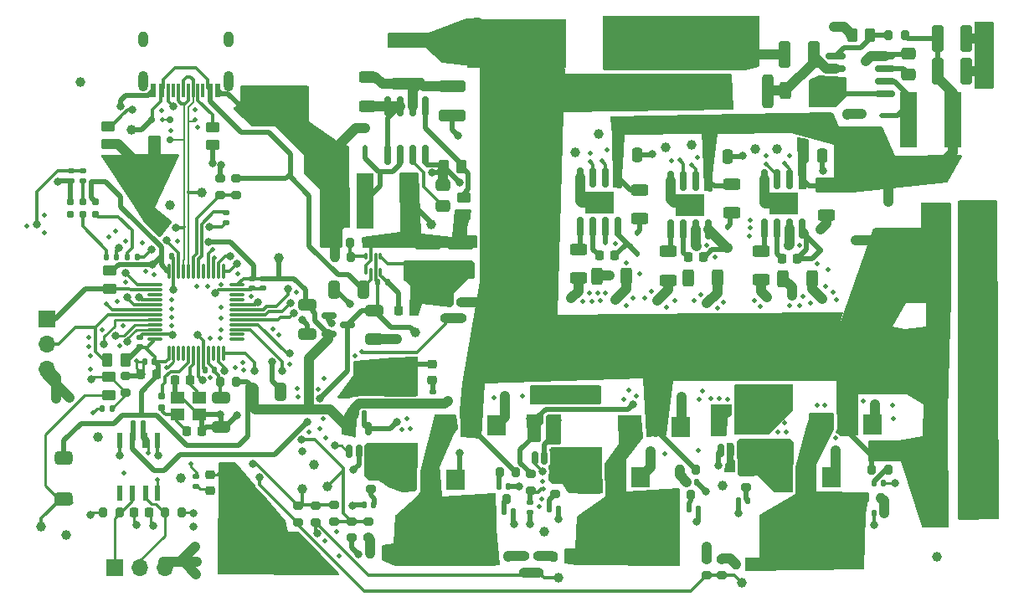
<source format=gtl>
G04 #@! TF.GenerationSoftware,KiCad,Pcbnew,8.0.4-8.0.4-0~ubuntu22.04.1*
G04 #@! TF.CreationDate,2024-08-24T23:14:06+02:00*
G04 #@! TF.ProjectId,bldc_project,626c6463-5f70-4726-9f6a-6563742e6b69,rev?*
G04 #@! TF.SameCoordinates,Original*
G04 #@! TF.FileFunction,Copper,L1,Top*
G04 #@! TF.FilePolarity,Positive*
%FSLAX46Y46*%
G04 Gerber Fmt 4.6, Leading zero omitted, Abs format (unit mm)*
G04 Created by KiCad (PCBNEW 8.0.4-8.0.4-0~ubuntu22.04.1) date 2024-08-24 23:14:06*
%MOMM*%
%LPD*%
G01*
G04 APERTURE LIST*
G04 Aperture macros list*
%AMRoundRect*
0 Rectangle with rounded corners*
0 $1 Rounding radius*
0 $2 $3 $4 $5 $6 $7 $8 $9 X,Y pos of 4 corners*
0 Add a 4 corners polygon primitive as box body*
4,1,4,$2,$3,$4,$5,$6,$7,$8,$9,$2,$3,0*
0 Add four circle primitives for the rounded corners*
1,1,$1+$1,$2,$3*
1,1,$1+$1,$4,$5*
1,1,$1+$1,$6,$7*
1,1,$1+$1,$8,$9*
0 Add four rect primitives between the rounded corners*
20,1,$1+$1,$2,$3,$4,$5,0*
20,1,$1+$1,$4,$5,$6,$7,0*
20,1,$1+$1,$6,$7,$8,$9,0*
20,1,$1+$1,$8,$9,$2,$3,0*%
G04 Aperture macros list end*
G04 #@! TA.AperFunction,SMDPad,CuDef*
%ADD10RoundRect,0.225000X0.225000X0.250000X-0.225000X0.250000X-0.225000X-0.250000X0.225000X-0.250000X0*%
G04 #@! TD*
G04 #@! TA.AperFunction,ComponentPad*
%ADD11R,1.905000X2.000000*%
G04 #@! TD*
G04 #@! TA.AperFunction,ComponentPad*
%ADD12O,1.905000X2.000000*%
G04 #@! TD*
G04 #@! TA.AperFunction,SMDPad,CuDef*
%ADD13RoundRect,0.200000X0.275000X-0.200000X0.275000X0.200000X-0.275000X0.200000X-0.275000X-0.200000X0*%
G04 #@! TD*
G04 #@! TA.AperFunction,ComponentPad*
%ADD14C,1.600000*%
G04 #@! TD*
G04 #@! TA.AperFunction,SMDPad,CuDef*
%ADD15RoundRect,0.140000X0.140000X0.170000X-0.140000X0.170000X-0.140000X-0.170000X0.140000X-0.170000X0*%
G04 #@! TD*
G04 #@! TA.AperFunction,SMDPad,CuDef*
%ADD16RoundRect,0.112500X0.187500X0.112500X-0.187500X0.112500X-0.187500X-0.112500X0.187500X-0.112500X0*%
G04 #@! TD*
G04 #@! TA.AperFunction,SMDPad,CuDef*
%ADD17R,0.600000X1.550000*%
G04 #@! TD*
G04 #@! TA.AperFunction,SMDPad,CuDef*
%ADD18RoundRect,0.250000X1.425000X-0.362500X1.425000X0.362500X-1.425000X0.362500X-1.425000X-0.362500X0*%
G04 #@! TD*
G04 #@! TA.AperFunction,SMDPad,CuDef*
%ADD19RoundRect,0.250000X-0.312500X-0.625000X0.312500X-0.625000X0.312500X0.625000X-0.312500X0.625000X0*%
G04 #@! TD*
G04 #@! TA.AperFunction,SMDPad,CuDef*
%ADD20RoundRect,0.250000X-0.650000X0.325000X-0.650000X-0.325000X0.650000X-0.325000X0.650000X0.325000X0*%
G04 #@! TD*
G04 #@! TA.AperFunction,SMDPad,CuDef*
%ADD21RoundRect,0.135000X-0.185000X0.135000X-0.185000X-0.135000X0.185000X-0.135000X0.185000X0.135000X0*%
G04 #@! TD*
G04 #@! TA.AperFunction,SMDPad,CuDef*
%ADD22RoundRect,0.150000X0.150000X-0.512500X0.150000X0.512500X-0.150000X0.512500X-0.150000X-0.512500X0*%
G04 #@! TD*
G04 #@! TA.AperFunction,SMDPad,CuDef*
%ADD23R,10.000000X5.000000*%
G04 #@! TD*
G04 #@! TA.AperFunction,SMDPad,CuDef*
%ADD24RoundRect,0.250000X0.450000X-0.262500X0.450000X0.262500X-0.450000X0.262500X-0.450000X-0.262500X0*%
G04 #@! TD*
G04 #@! TA.AperFunction,SMDPad,CuDef*
%ADD25RoundRect,0.200000X0.200000X0.275000X-0.200000X0.275000X-0.200000X-0.275000X0.200000X-0.275000X0*%
G04 #@! TD*
G04 #@! TA.AperFunction,SMDPad,CuDef*
%ADD26RoundRect,0.218750X0.218750X0.256250X-0.218750X0.256250X-0.218750X-0.256250X0.218750X-0.256250X0*%
G04 #@! TD*
G04 #@! TA.AperFunction,SMDPad,CuDef*
%ADD27RoundRect,0.200000X-0.275000X0.200000X-0.275000X-0.200000X0.275000X-0.200000X0.275000X0.200000X0*%
G04 #@! TD*
G04 #@! TA.AperFunction,SMDPad,CuDef*
%ADD28RoundRect,0.200000X-0.200000X-0.275000X0.200000X-0.275000X0.200000X0.275000X-0.200000X0.275000X0*%
G04 #@! TD*
G04 #@! TA.AperFunction,SMDPad,CuDef*
%ADD29RoundRect,0.250000X-0.625000X0.312500X-0.625000X-0.312500X0.625000X-0.312500X0.625000X0.312500X0*%
G04 #@! TD*
G04 #@! TA.AperFunction,SMDPad,CuDef*
%ADD30RoundRect,0.050000X-0.100000X0.285000X-0.100000X-0.285000X0.100000X-0.285000X0.100000X0.285000X0*%
G04 #@! TD*
G04 #@! TA.AperFunction,SMDPad,CuDef*
%ADD31RoundRect,0.218750X-0.256250X0.218750X-0.256250X-0.218750X0.256250X-0.218750X0.256250X0.218750X0*%
G04 #@! TD*
G04 #@! TA.AperFunction,SMDPad,CuDef*
%ADD32RoundRect,0.112500X0.112500X-0.187500X0.112500X0.187500X-0.112500X0.187500X-0.112500X-0.187500X0*%
G04 #@! TD*
G04 #@! TA.AperFunction,SMDPad,CuDef*
%ADD33RoundRect,0.140000X-0.140000X-0.170000X0.140000X-0.170000X0.140000X0.170000X-0.140000X0.170000X0*%
G04 #@! TD*
G04 #@! TA.AperFunction,SMDPad,CuDef*
%ADD34RoundRect,0.225000X-0.225000X-0.250000X0.225000X-0.250000X0.225000X0.250000X-0.225000X0.250000X0*%
G04 #@! TD*
G04 #@! TA.AperFunction,SMDPad,CuDef*
%ADD35RoundRect,0.250000X0.325000X0.650000X-0.325000X0.650000X-0.325000X-0.650000X0.325000X-0.650000X0*%
G04 #@! TD*
G04 #@! TA.AperFunction,SMDPad,CuDef*
%ADD36C,1.000000*%
G04 #@! TD*
G04 #@! TA.AperFunction,SMDPad,CuDef*
%ADD37RoundRect,0.250000X1.450000X-0.312500X1.450000X0.312500X-1.450000X0.312500X-1.450000X-0.312500X0*%
G04 #@! TD*
G04 #@! TA.AperFunction,ComponentPad*
%ADD38R,1.700000X1.700000*%
G04 #@! TD*
G04 #@! TA.AperFunction,ComponentPad*
%ADD39O,1.700000X1.700000*%
G04 #@! TD*
G04 #@! TA.AperFunction,SMDPad,CuDef*
%ADD40RoundRect,0.250000X-0.250000X-0.475000X0.250000X-0.475000X0.250000X0.475000X-0.250000X0.475000X0*%
G04 #@! TD*
G04 #@! TA.AperFunction,SMDPad,CuDef*
%ADD41RoundRect,0.150000X0.825000X0.150000X-0.825000X0.150000X-0.825000X-0.150000X0.825000X-0.150000X0*%
G04 #@! TD*
G04 #@! TA.AperFunction,SMDPad,CuDef*
%ADD42RoundRect,0.150000X-0.150000X0.825000X-0.150000X-0.825000X0.150000X-0.825000X0.150000X0.825000X0*%
G04 #@! TD*
G04 #@! TA.AperFunction,HeatsinkPad*
%ADD43R,3.000000X2.290000*%
G04 #@! TD*
G04 #@! TA.AperFunction,SMDPad,CuDef*
%ADD44RoundRect,0.250000X1.100000X-0.325000X1.100000X0.325000X-1.100000X0.325000X-1.100000X-0.325000X0*%
G04 #@! TD*
G04 #@! TA.AperFunction,SMDPad,CuDef*
%ADD45R,0.600000X1.450000*%
G04 #@! TD*
G04 #@! TA.AperFunction,SMDPad,CuDef*
%ADD46R,0.300000X1.450000*%
G04 #@! TD*
G04 #@! TA.AperFunction,ComponentPad*
%ADD47O,1.000000X2.100000*%
G04 #@! TD*
G04 #@! TA.AperFunction,ComponentPad*
%ADD48O,1.000000X1.600000*%
G04 #@! TD*
G04 #@! TA.AperFunction,SMDPad,CuDef*
%ADD49RoundRect,0.250000X0.325000X1.100000X-0.325000X1.100000X-0.325000X-1.100000X0.325000X-1.100000X0*%
G04 #@! TD*
G04 #@! TA.AperFunction,SMDPad,CuDef*
%ADD50RoundRect,0.250000X-0.325000X-0.650000X0.325000X-0.650000X0.325000X0.650000X-0.325000X0.650000X0*%
G04 #@! TD*
G04 #@! TA.AperFunction,SMDPad,CuDef*
%ADD51RoundRect,0.250000X0.312500X1.450000X-0.312500X1.450000X-0.312500X-1.450000X0.312500X-1.450000X0*%
G04 #@! TD*
G04 #@! TA.AperFunction,SMDPad,CuDef*
%ADD52RoundRect,0.250000X0.262500X0.450000X-0.262500X0.450000X-0.262500X-0.450000X0.262500X-0.450000X0*%
G04 #@! TD*
G04 #@! TA.AperFunction,SMDPad,CuDef*
%ADD53RoundRect,0.075000X0.075000X-0.662500X0.075000X0.662500X-0.075000X0.662500X-0.075000X-0.662500X0*%
G04 #@! TD*
G04 #@! TA.AperFunction,SMDPad,CuDef*
%ADD54RoundRect,0.075000X0.662500X-0.075000X0.662500X0.075000X-0.662500X0.075000X-0.662500X-0.075000X0*%
G04 #@! TD*
G04 #@! TA.AperFunction,SMDPad,CuDef*
%ADD55RoundRect,0.160000X-0.160000X0.197500X-0.160000X-0.197500X0.160000X-0.197500X0.160000X0.197500X0*%
G04 #@! TD*
G04 #@! TA.AperFunction,SMDPad,CuDef*
%ADD56RoundRect,0.250000X-1.100000X0.325000X-1.100000X-0.325000X1.100000X-0.325000X1.100000X0.325000X0*%
G04 #@! TD*
G04 #@! TA.AperFunction,SMDPad,CuDef*
%ADD57RoundRect,0.150000X0.150000X-0.825000X0.150000X0.825000X-0.150000X0.825000X-0.150000X-0.825000X0*%
G04 #@! TD*
G04 #@! TA.AperFunction,SMDPad,CuDef*
%ADD58RoundRect,0.135000X0.135000X0.185000X-0.135000X0.185000X-0.135000X-0.185000X0.135000X-0.185000X0*%
G04 #@! TD*
G04 #@! TA.AperFunction,SMDPad,CuDef*
%ADD59RoundRect,0.250000X-0.325000X-1.100000X0.325000X-1.100000X0.325000X1.100000X-0.325000X1.100000X0*%
G04 #@! TD*
G04 #@! TA.AperFunction,SMDPad,CuDef*
%ADD60RoundRect,0.175000X0.325000X-0.175000X0.325000X0.175000X-0.325000X0.175000X-0.325000X-0.175000X0*%
G04 #@! TD*
G04 #@! TA.AperFunction,SMDPad,CuDef*
%ADD61RoundRect,0.150000X0.150000X-0.200000X0.150000X0.200000X-0.150000X0.200000X-0.150000X-0.200000X0*%
G04 #@! TD*
G04 #@! TA.AperFunction,SMDPad,CuDef*
%ADD62R,1.400000X1.200000*%
G04 #@! TD*
G04 #@! TA.AperFunction,SMDPad,CuDef*
%ADD63RoundRect,0.140000X0.170000X-0.140000X0.170000X0.140000X-0.170000X0.140000X-0.170000X-0.140000X0*%
G04 #@! TD*
G04 #@! TA.AperFunction,SMDPad,CuDef*
%ADD64RoundRect,0.150000X-0.587500X-0.150000X0.587500X-0.150000X0.587500X0.150000X-0.587500X0.150000X0*%
G04 #@! TD*
G04 #@! TA.AperFunction,SMDPad,CuDef*
%ADD65RoundRect,0.337500X-0.562500X0.337500X-0.562500X-0.337500X0.562500X-0.337500X0.562500X0.337500X0*%
G04 #@! TD*
G04 #@! TA.AperFunction,SMDPad,CuDef*
%ADD66R,1.700000X5.700000*%
G04 #@! TD*
G04 #@! TA.AperFunction,SMDPad,CuDef*
%ADD67RoundRect,0.140000X-0.170000X0.140000X-0.170000X-0.140000X0.170000X-0.140000X0.170000X0.140000X0*%
G04 #@! TD*
G04 #@! TA.AperFunction,SMDPad,CuDef*
%ADD68RoundRect,0.250000X-0.450000X0.262500X-0.450000X-0.262500X0.450000X-0.262500X0.450000X0.262500X0*%
G04 #@! TD*
G04 #@! TA.AperFunction,SMDPad,CuDef*
%ADD69RoundRect,0.250000X-0.475000X0.337500X-0.475000X-0.337500X0.475000X-0.337500X0.475000X0.337500X0*%
G04 #@! TD*
G04 #@! TA.AperFunction,ConnectorPad*
%ADD70C,0.787400*%
G04 #@! TD*
G04 #@! TA.AperFunction,ComponentPad*
%ADD71C,1.000000*%
G04 #@! TD*
G04 #@! TA.AperFunction,ViaPad*
%ADD72C,0.500000*%
G04 #@! TD*
G04 #@! TA.AperFunction,ViaPad*
%ADD73C,0.800000*%
G04 #@! TD*
G04 #@! TA.AperFunction,Conductor*
%ADD74C,0.500000*%
G04 #@! TD*
G04 #@! TA.AperFunction,Conductor*
%ADD75C,1.000000*%
G04 #@! TD*
G04 #@! TA.AperFunction,Conductor*
%ADD76C,0.250000*%
G04 #@! TD*
G04 #@! TA.AperFunction,Conductor*
%ADD77C,0.300000*%
G04 #@! TD*
G04 #@! TA.AperFunction,Conductor*
%ADD78C,0.200000*%
G04 #@! TD*
G04 APERTURE END LIST*
D10*
X55125000Y-117500000D03*
X53575000Y-117500000D03*
D11*
X127540000Y-122592500D03*
D12*
X125000000Y-122592500D03*
X122460000Y-122592500D03*
D13*
X52075000Y-119300000D03*
X52075000Y-117650000D03*
D14*
X132500000Y-105300000D03*
X137500000Y-105300000D03*
D15*
X61030000Y-117025000D03*
X60070000Y-117025000D03*
D16*
X128550000Y-91300000D03*
X126450000Y-91300000D03*
D17*
X55285000Y-124125000D03*
X54015000Y-124125000D03*
X52745000Y-124125000D03*
X51475000Y-124125000D03*
X51475000Y-129525000D03*
X52745000Y-129525000D03*
X54080000Y-129525000D03*
X55285000Y-129525000D03*
D18*
X79800000Y-125075000D03*
X79800000Y-119150000D03*
D19*
X118537500Y-107800000D03*
X121462500Y-107800000D03*
D14*
X133000000Y-127300000D03*
X138000000Y-127300000D03*
D20*
X61650000Y-119875000D03*
X61650000Y-122825000D03*
D21*
X83100000Y-119240000D03*
X83100000Y-120260000D03*
D22*
X93427500Y-125910000D03*
X94377500Y-125910000D03*
X95327500Y-125910000D03*
X95327500Y-123635000D03*
X93427500Y-123635000D03*
D23*
X84500000Y-134400000D03*
D24*
X50350000Y-119562500D03*
X50350000Y-117737500D03*
D25*
X91525000Y-127400000D03*
X89875000Y-127400000D03*
D26*
X81187500Y-111000000D03*
X79612500Y-111000000D03*
D27*
X86000000Y-110175000D03*
X86000000Y-111825000D03*
D28*
X129175000Y-83200000D03*
X130825000Y-83200000D03*
D13*
X93800000Y-137525000D03*
X93800000Y-135875000D03*
D29*
X97800000Y-104837500D03*
X97800000Y-107762500D03*
D19*
X99737500Y-107600000D03*
X102662500Y-107600000D03*
D30*
X77812500Y-105545000D03*
X77312500Y-105545000D03*
X76812500Y-105545000D03*
X76312500Y-105545000D03*
X76312500Y-107025000D03*
X76812500Y-107025000D03*
X77312500Y-107025000D03*
X77812500Y-107025000D03*
D18*
X117600000Y-125200000D03*
X117600000Y-119275000D03*
D28*
X95275000Y-135900000D03*
X96925000Y-135900000D03*
D31*
X60550000Y-127662500D03*
X60550000Y-129237500D03*
D27*
X76600000Y-132375000D03*
X76600000Y-134025000D03*
D32*
X103800000Y-105250000D03*
X103800000Y-103150000D03*
D33*
X89777500Y-128817500D03*
X90737500Y-128817500D03*
D23*
X121362500Y-134435000D03*
D28*
X127475000Y-127137500D03*
X129125000Y-127137500D03*
D34*
X52850000Y-131475000D03*
X54400000Y-131475000D03*
D33*
X75200000Y-121492500D03*
X76160000Y-121492500D03*
D25*
X74812500Y-105645000D03*
X73162500Y-105645000D03*
D33*
X90297500Y-131400000D03*
X91257500Y-131400000D03*
D35*
X76100000Y-108900000D03*
X73150000Y-108900000D03*
D27*
X114762500Y-127285000D03*
X114762500Y-128935000D03*
D25*
X57675000Y-131475000D03*
X56025000Y-131475000D03*
D21*
X92900000Y-130400000D03*
X92900000Y-131420000D03*
D36*
X134050000Y-135900000D03*
D33*
X109020000Y-131100000D03*
X109980000Y-131100000D03*
D37*
X80536000Y-88111500D03*
X80536000Y-83836500D03*
D20*
X77200000Y-111000000D03*
X77200000Y-113950000D03*
D11*
X108177500Y-122772500D03*
D12*
X105637500Y-122772500D03*
X103097500Y-122772500D03*
D38*
X44100000Y-111860000D03*
D39*
X44100000Y-114400000D03*
X44100000Y-116940000D03*
D40*
X111050000Y-95500000D03*
X112950000Y-95500000D03*
D27*
X92300000Y-135875000D03*
X92300000Y-137525000D03*
D41*
X128800000Y-89100000D03*
X128800000Y-87830000D03*
X128800000Y-86560000D03*
X128800000Y-85290000D03*
X123850000Y-85290000D03*
X123850000Y-86560000D03*
X123850000Y-87830000D03*
X123850000Y-89100000D03*
D15*
X77082500Y-130717500D03*
X76122500Y-130717500D03*
X50655000Y-120925000D03*
X49695000Y-120925000D03*
D27*
X84400000Y-110175000D03*
X84400000Y-111825000D03*
D28*
X61575000Y-118250000D03*
X63225000Y-118250000D03*
D42*
X101845000Y-97617500D03*
X100575000Y-97617500D03*
X99305000Y-97617500D03*
X98035000Y-97617500D03*
X98035000Y-102567500D03*
X99305000Y-102567500D03*
X100575000Y-102567500D03*
X101845000Y-102567500D03*
D43*
X99940000Y-100092500D03*
D27*
X76802500Y-127417500D03*
X76802500Y-129067500D03*
D23*
X91600000Y-84000000D03*
D44*
X85900000Y-107175000D03*
X85900000Y-104225000D03*
D45*
X61350000Y-88745000D03*
X60550000Y-88745000D03*
D46*
X59350000Y-88745000D03*
X58350000Y-88745000D03*
X57850000Y-88745000D03*
X56850000Y-88745000D03*
D45*
X55650000Y-88745000D03*
X54850000Y-88745000D03*
X54850000Y-88745000D03*
X55650000Y-88745000D03*
D46*
X56350000Y-88745000D03*
X57350000Y-88745000D03*
X58850000Y-88745000D03*
X59850000Y-88745000D03*
D45*
X60550000Y-88745000D03*
X61350000Y-88745000D03*
D47*
X62420000Y-87830000D03*
D48*
X62420000Y-83650000D03*
D47*
X53780000Y-87830000D03*
D48*
X53780000Y-83650000D03*
D28*
X76775000Y-135600000D03*
X78425000Y-135600000D03*
D49*
X121600000Y-85150000D03*
X118650000Y-85150000D03*
D50*
X64775000Y-119275000D03*
X67725000Y-119275000D03*
D22*
X74667500Y-125255000D03*
X75617500Y-125255000D03*
X76567500Y-125255000D03*
X76567500Y-122980000D03*
X74667500Y-122980000D03*
D51*
X117000000Y-88900000D03*
X112725000Y-88900000D03*
D29*
X113300000Y-98237500D03*
X113300000Y-101162500D03*
D28*
X126775000Y-130000000D03*
X128425000Y-130000000D03*
D52*
X86012500Y-96500000D03*
X84187500Y-96500000D03*
D53*
X56400000Y-115362500D03*
X56900000Y-115362500D03*
X57400000Y-115362500D03*
X57900000Y-115362500D03*
X58400000Y-115362500D03*
X58900000Y-115362500D03*
X59400000Y-115362500D03*
X59900000Y-115362500D03*
X60400000Y-115362500D03*
X60900000Y-115362500D03*
X61400000Y-115362500D03*
X61900000Y-115362500D03*
D54*
X63312500Y-113950000D03*
X63312500Y-113450000D03*
X63312500Y-112950000D03*
X63312500Y-112450000D03*
X63312500Y-111950000D03*
X63312500Y-111450000D03*
X63312500Y-110950000D03*
X63312500Y-110450000D03*
X63312500Y-109950000D03*
X63312500Y-109450000D03*
X63312500Y-108950000D03*
X63312500Y-108450000D03*
D53*
X61900000Y-107037500D03*
X61400000Y-107037500D03*
X60900000Y-107037500D03*
X60400000Y-107037500D03*
X59900000Y-107037500D03*
X59400000Y-107037500D03*
X58900000Y-107037500D03*
X58400000Y-107037500D03*
X57900000Y-107037500D03*
X57400000Y-107037500D03*
X56900000Y-107037500D03*
X56400000Y-107037500D03*
D54*
X54987500Y-108450000D03*
X54987500Y-108950000D03*
X54987500Y-109450000D03*
X54987500Y-109950000D03*
X54987500Y-110450000D03*
X54987500Y-110950000D03*
X54987500Y-111450000D03*
X54987500Y-111950000D03*
X54987500Y-112450000D03*
X54987500Y-112950000D03*
X54987500Y-113450000D03*
X54987500Y-113950000D03*
D24*
X50250000Y-94212500D03*
X50250000Y-92387500D03*
D36*
X46000000Y-133750000D03*
D52*
X127325000Y-83200000D03*
X125500000Y-83200000D03*
D13*
X73100000Y-132350000D03*
X73100000Y-130700000D03*
D11*
X104077500Y-127917500D03*
D12*
X101537500Y-127917500D03*
X98997500Y-127917500D03*
D27*
X95462500Y-127955000D03*
X95462500Y-129605000D03*
D11*
X85350000Y-128150000D03*
D12*
X82810000Y-128150000D03*
X80270000Y-128150000D03*
D13*
X71230000Y-132425000D03*
X71230000Y-130775000D03*
D10*
X101520000Y-105487500D03*
X99970000Y-105487500D03*
D27*
X63200000Y-97675000D03*
X63200000Y-99325000D03*
D13*
X112300000Y-137825000D03*
X112300000Y-136175000D03*
D15*
X128680000Y-131500000D03*
X127720000Y-131500000D03*
D55*
X55700000Y-119702500D03*
X55700000Y-120897500D03*
D33*
X113045000Y-121110000D03*
X114005000Y-121110000D03*
D52*
X52000000Y-116000000D03*
X50175000Y-116000000D03*
D56*
X85020000Y-88385000D03*
X85020000Y-91335000D03*
D57*
X78530000Y-95300000D03*
X79800000Y-95300000D03*
X81070000Y-95300000D03*
X82340000Y-95300000D03*
X82340000Y-90350000D03*
X81070000Y-90350000D03*
X79800000Y-90350000D03*
X78530000Y-90350000D03*
D11*
X89580000Y-122655000D03*
D12*
X87040000Y-122655000D03*
X84500000Y-122655000D03*
D29*
X116300000Y-105000000D03*
X116300000Y-107925000D03*
D58*
X53200000Y-105600000D03*
X52180000Y-105600000D03*
D59*
X134125000Y-83500000D03*
X137075000Y-83500000D03*
D25*
X51400000Y-131475000D03*
X49750000Y-131475000D03*
D10*
X59775000Y-123200000D03*
X58225000Y-123200000D03*
D32*
X122300000Y-104950000D03*
X122300000Y-102850000D03*
D40*
X120575000Y-95350000D03*
X122475000Y-95350000D03*
D14*
X132600000Y-116300000D03*
X137600000Y-116300000D03*
D33*
X94882500Y-131080000D03*
X95842500Y-131080000D03*
D21*
X62200000Y-101140000D03*
X62200000Y-102160000D03*
D23*
X108300000Y-84000000D03*
D60*
X54850000Y-93750000D03*
D61*
X56550000Y-93750000D03*
X56550000Y-91750000D03*
X54650000Y-91750000D03*
D10*
X110450000Y-105600000D03*
X108900000Y-105600000D03*
D33*
X108820000Y-128400000D03*
X109780000Y-128400000D03*
D21*
X59150000Y-127790000D03*
X59150000Y-128810000D03*
D36*
X47500000Y-87900000D03*
D10*
X119975000Y-105800000D03*
X118425000Y-105800000D03*
D29*
X76500000Y-87437500D03*
X76500000Y-90362500D03*
D62*
X59500000Y-119850000D03*
X57300000Y-119850000D03*
X57300000Y-121550000D03*
X59500000Y-121550000D03*
D29*
X106900000Y-105037500D03*
X106900000Y-107962500D03*
D15*
X54930000Y-116200000D03*
X53970000Y-116200000D03*
D63*
X53475000Y-114705000D03*
X53475000Y-113745000D03*
D64*
X72600000Y-111525000D03*
X72600000Y-113425000D03*
X74475000Y-112475000D03*
D65*
X45800000Y-125925000D03*
X45800000Y-130075000D03*
D28*
X88892500Y-130117500D03*
X90542500Y-130117500D03*
D31*
X83000000Y-116462500D03*
X83000000Y-118037500D03*
D66*
X80750000Y-99950000D03*
X76250000Y-99950000D03*
D40*
X101850000Y-95262500D03*
X103750000Y-95262500D03*
D32*
X76250000Y-94650000D03*
X76250000Y-92550000D03*
D24*
X60800000Y-94312500D03*
X60800000Y-92487500D03*
D66*
X135700000Y-91750000D03*
X131200000Y-91750000D03*
D34*
X57025000Y-118075000D03*
X58575000Y-118075000D03*
D67*
X46500000Y-96920000D03*
X46500000Y-97880000D03*
D33*
X93837500Y-122010000D03*
X94797500Y-122010000D03*
X52820000Y-122475000D03*
X53780000Y-122475000D03*
D68*
X50400000Y-106987500D03*
X50400000Y-108812500D03*
D58*
X78510000Y-108200000D03*
X77490000Y-108200000D03*
D67*
X64850000Y-107820000D03*
X64850000Y-108780000D03*
D21*
X47700000Y-96900000D03*
X47700000Y-97920000D03*
D69*
X131200000Y-85062500D03*
X131200000Y-87137500D03*
D42*
X111000000Y-97880000D03*
X109730000Y-97880000D03*
X108460000Y-97880000D03*
X107190000Y-97880000D03*
X107190000Y-102830000D03*
X108460000Y-102830000D03*
X109730000Y-102830000D03*
X111000000Y-102830000D03*
D43*
X109095000Y-100355000D03*
D58*
X51140000Y-105600000D03*
X50120000Y-105600000D03*
D33*
X55695000Y-105525000D03*
X56655000Y-105525000D03*
D25*
X109725000Y-127117500D03*
X108075000Y-127117500D03*
D68*
X86200000Y-99587500D03*
X86200000Y-101412500D03*
D22*
X112265000Y-125147500D03*
X113215000Y-125147500D03*
X114165000Y-125147500D03*
X114165000Y-122872500D03*
X112265000Y-122872500D03*
D67*
X65950000Y-107820000D03*
X65950000Y-108780000D03*
D13*
X74900000Y-134025000D03*
X74900000Y-132375000D03*
D15*
X114942500Y-130300000D03*
X113982500Y-130300000D03*
D18*
X98100000Y-125525000D03*
X98100000Y-119600000D03*
D56*
X82600000Y-104225000D03*
X82600000Y-107175000D03*
D32*
X112930000Y-104650000D03*
X112930000Y-102550000D03*
D42*
X120455000Y-97755000D03*
X119185000Y-97755000D03*
X117915000Y-97755000D03*
X116645000Y-97755000D03*
X116645000Y-102705000D03*
X117915000Y-102705000D03*
X119185000Y-102705000D03*
X120455000Y-102705000D03*
D43*
X118550000Y-100230000D03*
D49*
X137075000Y-86800000D03*
X134125000Y-86800000D03*
D19*
X108937500Y-107700000D03*
X111862500Y-107700000D03*
D25*
X76412500Y-104145000D03*
X74762500Y-104145000D03*
D13*
X61600000Y-99325000D03*
X61600000Y-97675000D03*
D38*
X50900000Y-137000000D03*
D39*
X53440000Y-137000000D03*
X55980000Y-137000000D03*
D33*
X127720000Y-128500000D03*
X128680000Y-128500000D03*
D13*
X69500000Y-132450000D03*
X69500000Y-130800000D03*
D27*
X110800000Y-136175000D03*
X110800000Y-137825000D03*
D23*
X102900000Y-134200000D03*
D13*
X93000000Y-129225000D03*
X93000000Y-127575000D03*
D11*
X123377500Y-127872500D03*
D12*
X120837500Y-127872500D03*
X118297500Y-127872500D03*
D70*
X48970000Y-100000000D03*
X48970000Y-101270000D03*
X47700000Y-100000000D03*
X47700000Y-101270000D03*
X46430000Y-100000000D03*
X46430000Y-101270000D03*
D69*
X84100000Y-98362500D03*
X84100000Y-100437500D03*
D19*
X118775000Y-88800000D03*
X121700000Y-88800000D03*
D29*
X122900000Y-98437500D03*
X122900000Y-101362500D03*
D28*
X107575000Y-129672500D03*
X109225000Y-129672500D03*
D29*
X104000000Y-98837500D03*
X104000000Y-101762500D03*
D20*
X70400000Y-110425000D03*
X70400000Y-113375000D03*
D28*
X113775000Y-136700000D03*
X115425000Y-136700000D03*
D71*
X49200000Y-123800000D03*
X81300000Y-113200000D03*
X117900000Y-94700000D03*
X94400000Y-133400000D03*
X43500000Y-132850000D03*
X114350000Y-138550000D03*
X129200000Y-100050000D03*
X52650000Y-92750000D03*
X71050000Y-126600000D03*
X95800000Y-138050000D03*
X59750000Y-99100000D03*
X115700000Y-94700000D03*
X97500000Y-95050000D03*
X56550000Y-100350000D03*
X57600000Y-128000000D03*
X67500000Y-105700000D03*
X99900000Y-93200000D03*
X109250000Y-94300000D03*
X72400000Y-128800000D03*
X82950000Y-102300000D03*
X125900000Y-103950000D03*
X69900000Y-129100000D03*
X106650000Y-94550000D03*
X112400000Y-128700000D03*
D72*
X102950000Y-119100000D03*
X104050000Y-107350000D03*
X110400000Y-119200000D03*
D73*
X80600000Y-107650000D03*
D72*
X111900000Y-110800000D03*
X116200000Y-110600000D03*
X122750000Y-120600000D03*
X48300000Y-114650000D03*
X118700000Y-122400000D03*
X111200000Y-119950000D03*
D73*
X139400000Y-105500000D03*
X44975000Y-119900000D03*
X125000000Y-91200000D03*
X74700000Y-110400000D03*
D72*
X61700000Y-111800000D03*
D73*
X138000000Y-114500000D03*
D72*
X59300000Y-92500000D03*
X56600000Y-92800000D03*
D73*
X138000000Y-103700000D03*
X139300000Y-126400000D03*
D72*
X75200000Y-115600000D03*
X99000000Y-95100000D03*
X106550000Y-125500000D03*
D73*
X102400000Y-85600000D03*
D72*
X76450000Y-116500000D03*
D73*
X84400000Y-109200000D03*
X101100000Y-84400000D03*
D72*
X103300000Y-109800000D03*
X60350000Y-108550000D03*
X126650000Y-120200000D03*
X48700000Y-121375000D03*
D73*
X100700000Y-100700000D03*
X75582831Y-135717169D03*
D72*
X51825000Y-127450000D03*
D73*
X63300000Y-121600000D03*
X117600000Y-122000000D03*
D72*
X51150000Y-110150000D03*
D73*
X139700000Y-127600000D03*
X75100000Y-127100000D03*
X79500000Y-113950000D03*
X79700000Y-117900000D03*
D72*
X115200000Y-101900000D03*
X129550000Y-120650000D03*
X55900000Y-102750000D03*
D73*
X63800000Y-90400000D03*
D72*
X80800000Y-122950000D03*
D73*
X115400000Y-84200000D03*
X114100000Y-81900000D03*
D72*
X54900000Y-107400000D03*
X104500000Y-109800000D03*
D73*
X58900000Y-132900000D03*
D72*
X42050000Y-102500000D03*
D73*
X66843563Y-116222240D03*
D72*
X123550000Y-109150000D03*
D73*
X139100000Y-115200000D03*
X81500000Y-109200001D03*
D72*
X94150000Y-130050000D03*
X103700000Y-119650000D03*
X100700000Y-94800000D03*
X101600000Y-104300000D03*
D73*
X123700000Y-82350000D03*
X83000000Y-97100000D03*
X101100000Y-85600000D03*
D72*
X72050000Y-122000000D03*
D73*
X101100000Y-83300000D03*
D72*
X99750000Y-109250000D03*
X112050000Y-119900000D03*
D73*
X127700000Y-132700000D03*
D72*
X109950000Y-125150000D03*
D73*
X105300000Y-95200000D03*
X117900000Y-100800000D03*
D72*
X115150000Y-103500000D03*
D73*
X114400000Y-95400000D03*
X85800000Y-98100000D03*
X136800000Y-117500000D03*
X138900000Y-85700000D03*
D72*
X43800000Y-101400000D03*
X89300000Y-119850000D03*
X48450000Y-116925000D03*
X106750000Y-110700000D03*
X53750000Y-104200000D03*
X100550000Y-109250000D03*
X111600000Y-105600000D03*
X75600000Y-116500000D03*
X100000000Y-110050000D03*
X123100000Y-106850000D03*
D73*
X136700000Y-115000000D03*
X56750000Y-113500000D03*
X136800000Y-106500000D03*
X85616000Y-93340000D03*
D72*
X107550000Y-110050000D03*
D73*
X94000000Y-119700000D03*
X46400000Y-119825000D03*
D72*
X121950000Y-120600000D03*
D73*
X80800000Y-117900000D03*
D72*
X54100000Y-107100000D03*
X115600000Y-110000000D03*
D73*
X137900000Y-117900000D03*
D72*
X51000000Y-103000000D03*
X94200000Y-128300000D03*
D73*
X69900000Y-125300000D03*
X138900000Y-86900000D03*
X137900000Y-128900000D03*
D72*
X70800000Y-135900000D03*
D73*
X126900000Y-85800000D03*
X59300000Y-113500000D03*
D72*
X72300000Y-123950000D03*
D73*
X82800000Y-109200000D03*
X139100000Y-117400000D03*
D72*
X80500000Y-121950000D03*
X73400000Y-133400000D03*
D73*
X61600000Y-121500000D03*
X139400000Y-116300000D03*
X138900000Y-84600000D03*
D72*
X109850000Y-95550000D03*
X67500000Y-113500000D03*
D73*
X95300000Y-119700000D03*
D72*
X107200000Y-95900000D03*
D73*
X73000000Y-104300000D03*
D72*
X119200000Y-110500000D03*
X61700000Y-110700000D03*
D73*
X114100000Y-84200000D03*
D72*
X48450000Y-115600000D03*
X73650000Y-135850000D03*
X123850000Y-123950000D03*
D73*
X100600000Y-99600000D03*
X115400000Y-85400000D03*
D72*
X51450000Y-114600000D03*
X77350000Y-116500000D03*
X122000000Y-106300000D03*
X120500000Y-109600000D03*
X117950000Y-123300000D03*
X122800000Y-108550000D03*
D73*
X109800000Y-99800000D03*
D72*
X52000000Y-108200000D03*
X63900000Y-116250000D03*
D73*
X119300000Y-100800000D03*
D72*
X60550000Y-113800000D03*
X53150000Y-116150000D03*
X123900000Y-109900000D03*
X61700000Y-108400000D03*
X110000000Y-120050000D03*
D73*
X69911744Y-111950000D03*
X139100000Y-128600000D03*
D72*
X93900000Y-130850000D03*
X119200000Y-95400000D03*
X55225000Y-128150000D03*
D73*
X114000000Y-131500000D03*
D72*
X68600000Y-116450000D03*
D73*
X117000000Y-85100000D03*
D72*
X109500000Y-110000000D03*
D73*
X129800000Y-128500000D03*
D72*
X110200000Y-109400000D03*
D73*
X102400000Y-82100000D03*
D72*
X120200000Y-104400000D03*
X112875000Y-120000000D03*
X57250000Y-104000000D03*
D73*
X91300000Y-132600000D03*
X139000000Y-104300000D03*
X119300000Y-99600000D03*
X59075000Y-134925000D03*
D72*
X120200000Y-110500000D03*
D73*
X79450000Y-122300000D03*
D72*
X115200000Y-102700000D03*
D73*
X138900000Y-82400000D03*
X117800000Y-99600000D03*
D72*
X71500735Y-118999265D03*
X118800000Y-123300000D03*
D73*
X52900000Y-95800000D03*
X138900000Y-83400000D03*
D72*
X69450000Y-119800000D03*
D73*
X101100000Y-82100000D03*
D72*
X73925000Y-119550000D03*
D73*
X65400000Y-136300000D03*
X95800000Y-132100000D03*
X56900000Y-108900000D03*
X54850000Y-132775000D03*
X108200000Y-99800000D03*
D72*
X63100000Y-116800000D03*
X112450000Y-110200000D03*
D73*
X92900000Y-132600000D03*
D72*
X48300000Y-113750000D03*
X50350000Y-103550000D03*
D73*
X59225000Y-136425000D03*
D72*
X56650000Y-111700000D03*
X52050000Y-104050000D03*
X56250000Y-101950000D03*
D73*
X91800000Y-128800000D03*
X114100000Y-85400000D03*
X51500000Y-90400000D03*
D72*
X49700000Y-113000000D03*
D73*
X102400000Y-83300000D03*
X63800000Y-128050000D03*
D72*
X69400000Y-118875000D03*
X102450000Y-120000000D03*
X129650000Y-121950000D03*
D73*
X113100000Y-126800000D03*
D72*
X56650000Y-112550000D03*
X60600000Y-117800000D03*
X72100000Y-117875000D03*
X69300000Y-109200000D03*
X98950000Y-109250000D03*
X121300000Y-110300000D03*
X56650000Y-109900000D03*
X59100000Y-90700000D03*
X102700000Y-106200000D03*
D73*
X99200000Y-99500000D03*
D72*
X98300000Y-110100000D03*
D73*
X54800000Y-95700000D03*
X114100000Y-83100000D03*
D72*
X72157532Y-134350000D03*
D73*
X99100000Y-100700000D03*
X136900000Y-125600000D03*
D72*
X105200000Y-109100000D03*
X102700000Y-110500000D03*
D73*
X136800000Y-128500000D03*
D72*
X63950000Y-117050000D03*
D73*
X60800000Y-96100000D03*
X109900000Y-100900000D03*
X95700000Y-122100000D03*
X115400000Y-81900000D03*
D72*
X80000000Y-123050000D03*
X99200000Y-110150000D03*
X92150000Y-119700000D03*
D73*
X115400000Y-83100000D03*
D72*
X55700000Y-90800000D03*
D73*
X45200000Y-98000000D03*
X61100000Y-109300000D03*
D72*
X61600000Y-113800000D03*
X56650000Y-110850000D03*
X43800000Y-103200000D03*
D73*
X136800000Y-103700000D03*
X138300000Y-125800000D03*
X122600000Y-96900000D03*
D72*
X116800000Y-95400000D03*
X59200000Y-108550000D03*
D73*
X63050000Y-126950000D03*
X75000000Y-130800000D03*
X61700000Y-96300000D03*
D72*
X64700000Y-109600000D03*
D73*
X116600000Y-122800000D03*
X110800000Y-134900000D03*
D72*
X51750000Y-112600000D03*
X69500000Y-133900000D03*
D73*
X109800000Y-132400000D03*
D72*
X110800000Y-104400000D03*
D73*
X137800000Y-106900000D03*
D72*
X70600000Y-123300000D03*
D73*
X138900000Y-88000000D03*
D72*
X54350000Y-125475000D03*
X71650000Y-123000000D03*
D73*
X90700000Y-135900000D03*
X138800000Y-106500000D03*
X110700000Y-129300000D03*
X115800000Y-121300000D03*
X102400000Y-84400000D03*
X108400000Y-100900000D03*
X72900000Y-112350000D03*
D72*
X63350000Y-107350000D03*
D73*
X59175000Y-137725000D03*
D72*
X66900000Y-112900000D03*
X61700000Y-112950000D03*
D73*
X103300000Y-120550000D03*
X111700000Y-121100000D03*
X92900000Y-122000000D03*
X84650000Y-120150000D03*
X60450000Y-104100000D03*
X54700000Y-106370000D03*
X49800000Y-114450000D03*
X48525000Y-117975000D03*
X71700000Y-119900000D03*
X70400000Y-122300000D03*
X43100000Y-102300000D03*
X59800000Y-118100000D03*
X57100000Y-102700000D03*
X60500000Y-102600000D03*
X52700000Y-90700000D03*
X56824085Y-90354709D03*
X127850000Y-120500000D03*
X122450000Y-109850000D03*
X116900000Y-109700000D03*
X123800000Y-125200000D03*
X108250000Y-119800000D03*
X110800000Y-110300000D03*
X105800000Y-110000000D03*
X105150000Y-125300000D03*
X97100000Y-109800000D03*
X85850000Y-125400000D03*
X101600000Y-109900000D03*
X90400000Y-119650000D03*
X119400000Y-109500000D03*
X119100000Y-104400000D03*
X108937500Y-107700000D03*
X109800000Y-104500000D03*
X65100000Y-117100000D03*
X65569669Y-127930331D03*
X62000000Y-117100000D03*
X64900000Y-126500000D03*
D72*
X60800000Y-104900000D03*
X75950000Y-115200000D03*
X61000000Y-105700000D03*
X94300000Y-129100000D03*
D73*
X56160153Y-103939847D03*
X54658071Y-104841929D03*
X52000000Y-107220000D03*
X51369669Y-104730331D03*
D72*
X118636250Y-96163750D03*
D73*
X69010661Y-111289339D03*
X68700000Y-110300000D03*
D72*
X116800000Y-96200000D03*
D73*
X68500000Y-108800000D03*
D72*
X109285000Y-96315000D03*
X50100000Y-110400000D03*
X108060576Y-95830000D03*
X100200000Y-95900000D03*
D73*
X52207719Y-109675965D03*
X53416364Y-109700000D03*
D72*
X99010000Y-95990000D03*
D73*
X62600000Y-105500000D03*
X112000000Y-126700000D03*
X94219669Y-127319669D03*
X63300000Y-106300000D03*
X73200000Y-124700000D03*
X65400000Y-110200000D03*
X51050000Y-113600000D03*
X51475000Y-125650000D03*
X52237569Y-114200000D03*
X55300000Y-125650000D03*
D72*
X100575000Y-104195000D03*
D73*
X101000000Y-107500000D03*
X58875000Y-131500000D03*
X53150000Y-132700000D03*
X48475000Y-131725000D03*
D72*
X59100000Y-91700000D03*
X55800000Y-91700000D03*
D73*
X69801041Y-124101041D03*
X68619669Y-115380331D03*
X67900000Y-117100000D03*
X71405331Y-133594669D03*
D72*
X58600000Y-126500000D03*
X56153531Y-116803531D03*
D74*
X134125000Y-83500000D02*
X131125000Y-83500000D01*
X101850000Y-95262500D02*
X101850000Y-97612500D01*
D75*
X135700000Y-89050000D02*
X134125000Y-87475000D01*
D74*
X131125000Y-83500000D02*
X130825000Y-83200000D01*
X111050000Y-97830000D02*
X111000000Y-97880000D01*
D75*
X129200000Y-98150000D02*
X128950000Y-97900000D01*
D74*
X104000000Y-98837500D02*
X103065000Y-98837500D01*
X111050000Y-95500000D02*
X111050000Y-97830000D01*
X121137500Y-98437500D02*
X120455000Y-97755000D01*
X111000000Y-97880000D02*
X111570000Y-98450000D01*
D75*
X129200000Y-100050000D02*
X129200000Y-98150000D01*
D74*
X120575000Y-97635000D02*
X120455000Y-97755000D01*
D75*
X135700000Y-95000000D02*
X133850000Y-96850000D01*
D74*
X122900000Y-98437500D02*
X121137500Y-98437500D01*
X134125000Y-86800000D02*
X134125000Y-83500000D01*
D75*
X134125000Y-87475000D02*
X134125000Y-86800000D01*
D74*
X103065000Y-98837500D02*
X101845000Y-97617500D01*
D75*
X135700000Y-91750000D02*
X135700000Y-89050000D01*
X135700000Y-91750000D02*
X135700000Y-95000000D01*
D74*
X111570000Y-98450000D02*
X112987500Y-98450000D01*
X120575000Y-95350000D02*
X120575000Y-97635000D01*
X101850000Y-97612500D02*
X101845000Y-97617500D01*
D76*
X49150000Y-120925000D02*
X49665000Y-120925000D01*
D75*
X115700000Y-85100000D02*
X115400000Y-85400000D01*
D74*
X113982500Y-130300000D02*
X113982500Y-131482500D01*
D75*
X50250000Y-94212500D02*
X51312500Y-94212500D01*
D74*
X105237500Y-95262500D02*
X105300000Y-95200000D01*
X76567500Y-122980000D02*
X78770000Y-122980000D01*
D75*
X90725000Y-135875000D02*
X90700000Y-135900000D01*
X126450000Y-91150000D02*
X125050000Y-91150000D01*
X128800000Y-85290000D02*
X127410000Y-85290000D01*
D74*
X61600000Y-97675000D02*
X61600000Y-96300000D01*
D75*
X84100000Y-96587500D02*
X84187500Y-96500000D01*
D76*
X60600000Y-127662500D02*
X61287500Y-127662500D01*
D74*
X113982500Y-131482500D02*
X114000000Y-131500000D01*
X85020000Y-92744000D02*
X85616000Y-93340000D01*
D76*
X53200000Y-116200000D02*
X53150000Y-116150000D01*
D74*
X66843563Y-118168563D02*
X67375000Y-118700000D01*
X76122500Y-130717500D02*
X75082500Y-130717500D01*
X122475000Y-96775000D02*
X122600000Y-96900000D01*
D75*
X110800000Y-136175000D02*
X110800000Y-134900000D01*
D74*
X122475000Y-95350000D02*
X122475000Y-96775000D01*
D75*
X137075000Y-86800000D02*
X138800000Y-86800000D01*
D74*
X53810000Y-123920000D02*
X54015000Y-124125000D01*
D75*
X114165000Y-122872500D02*
X114227500Y-122872500D01*
X116645000Y-97755000D02*
X116645000Y-100145000D01*
D74*
X52000000Y-89300000D02*
X54295000Y-89300000D01*
X94377500Y-125910000D02*
X94377500Y-124585000D01*
D75*
X114165000Y-122872500D02*
X116527500Y-122872500D01*
D76*
X54350000Y-125475000D02*
X54350000Y-124060000D01*
D74*
X72562500Y-111500000D02*
X72562500Y-112012500D01*
X82545000Y-96275000D02*
X83962500Y-96275000D01*
X84200000Y-96500000D02*
X85800000Y-98100000D01*
D77*
X59900000Y-116885000D02*
X60040000Y-117025000D01*
D74*
X62400000Y-89100000D02*
X61705000Y-89100000D01*
D75*
X125362500Y-83200000D02*
X125362500Y-82987500D01*
D74*
X82600000Y-106775000D02*
X81475000Y-106775000D01*
X59550000Y-121500000D02*
X59500000Y-121550000D01*
D75*
X92300000Y-135875000D02*
X90725000Y-135875000D01*
D74*
X57025000Y-119575000D02*
X57300000Y-119850000D01*
D75*
X73162500Y-105645000D02*
X73162500Y-104462500D01*
X117000000Y-85100000D02*
X118762500Y-85100000D01*
D77*
X53740000Y-113450000D02*
X54987500Y-113450000D01*
D75*
X127410000Y-85290000D02*
X126900000Y-85800000D01*
D74*
X84187500Y-96500000D02*
X84200000Y-96500000D01*
X62075000Y-122825000D02*
X63300000Y-121600000D01*
X81375000Y-111000000D02*
X81375000Y-109325001D01*
X84400000Y-110175000D02*
X84400000Y-109200000D01*
D75*
X107190000Y-97880000D02*
X107190000Y-99790000D01*
X125050000Y-91150000D02*
X125000000Y-91200000D01*
D74*
X61705000Y-89100000D02*
X61350000Y-88745000D01*
X82600000Y-106775000D02*
X82600000Y-109000000D01*
D77*
X77812500Y-105545000D02*
X78567500Y-106300000D01*
D74*
X76190000Y-122602500D02*
X76567500Y-122980000D01*
D75*
X84100000Y-98350000D02*
X84100000Y-96587500D01*
D76*
X53775000Y-117500000D02*
X53775000Y-116365000D01*
D75*
X117000000Y-85100000D02*
X115700000Y-85100000D01*
D76*
X54550000Y-131475000D02*
X54550000Y-132475000D01*
D77*
X56900000Y-105740000D02*
X56900000Y-107037500D01*
D74*
X109980000Y-132220000D02*
X109800000Y-132400000D01*
D75*
X55830000Y-136475000D02*
X59175000Y-136475000D01*
X44975000Y-117815000D02*
X44100000Y-116940000D01*
D74*
X73100000Y-108800000D02*
X74700000Y-110400000D01*
D75*
X138800000Y-83500000D02*
X138900000Y-83400000D01*
D77*
X59400000Y-121550000D02*
X59500000Y-121550000D01*
D75*
X80800000Y-117900000D02*
X80800000Y-118547500D01*
D74*
X81475000Y-106775000D02*
X80600000Y-107650000D01*
D76*
X56225000Y-136125000D02*
X56050000Y-136300000D01*
D74*
X66843563Y-116222240D02*
X66843563Y-118168563D01*
X109800000Y-128400000D02*
X110700000Y-129300000D01*
D75*
X137075000Y-83500000D02*
X138800000Y-83500000D01*
D74*
X85020000Y-91335000D02*
X85020000Y-92744000D01*
D77*
X78567500Y-106300000D02*
X80200000Y-106300000D01*
D74*
X76190000Y-121492500D02*
X76190000Y-122602500D01*
X61650000Y-122825000D02*
X62075000Y-122825000D01*
D75*
X98035000Y-99935000D02*
X98192500Y-100092500D01*
D74*
X46500000Y-97910000D02*
X45290000Y-97910000D01*
X91257500Y-132557500D02*
X91257500Y-131400000D01*
D75*
X79737500Y-117937500D02*
X79700000Y-117900000D01*
D74*
X61650000Y-121550000D02*
X61600000Y-121500000D01*
D75*
X57925000Y-136475000D02*
X59175000Y-137725000D01*
X138800000Y-86800000D02*
X138900000Y-86900000D01*
X73162500Y-104462500D02*
X73000000Y-104300000D01*
D74*
X82600000Y-109000000D02*
X82800000Y-109200000D01*
X75082500Y-130717500D02*
X75000000Y-130800000D01*
D76*
X128680000Y-128500000D02*
X129800000Y-128500000D01*
X53150000Y-116875000D02*
X53775000Y-117500000D01*
D74*
X113215000Y-126685000D02*
X113100000Y-126800000D01*
D75*
X123750000Y-82300000D02*
X123700000Y-82350000D01*
X107190000Y-99790000D02*
X107500000Y-100100000D01*
D74*
X83962500Y-96275000D02*
X84187500Y-96500000D01*
X72562500Y-112012500D02*
X72900000Y-112350000D01*
X60800000Y-94312500D02*
X60800000Y-96100000D01*
D77*
X64850000Y-108810000D02*
X65950000Y-108810000D01*
D74*
X81375000Y-109325001D02*
X81500000Y-109200001D01*
X91782500Y-128817500D02*
X91800000Y-128800000D01*
D76*
X55225000Y-128150000D02*
X55225000Y-129465000D01*
D77*
X57700000Y-119850000D02*
X59400000Y-121550000D01*
D74*
X54295000Y-89300000D02*
X54850000Y-88745000D01*
X63700000Y-90400000D02*
X62400000Y-89100000D01*
X75582831Y-135717169D02*
X74900000Y-135034338D01*
D76*
X53775000Y-116365000D02*
X53940000Y-116200000D01*
D77*
X64850000Y-108810000D02*
X64710000Y-108950000D01*
D75*
X98192500Y-100092500D02*
X99940000Y-100092500D01*
X124675000Y-82300000D02*
X123750000Y-82300000D01*
D74*
X51500000Y-89800000D02*
X52000000Y-89300000D01*
X69911744Y-111950000D02*
X70400000Y-112438256D01*
D75*
X51312500Y-94212500D02*
X52900000Y-95800000D01*
X44100000Y-117525000D02*
X46400000Y-119825000D01*
D74*
X92900000Y-132600000D02*
X92900000Y-131420000D01*
X73025000Y-108800000D02*
X73100000Y-108800000D01*
X45290000Y-97910000D02*
X45200000Y-98000000D01*
X75617500Y-125255000D02*
X75617500Y-126582500D01*
D77*
X56900000Y-107037500D02*
X56900000Y-108900000D01*
X56685000Y-105525000D02*
X56900000Y-105740000D01*
D76*
X55225000Y-129465000D02*
X55285000Y-129525000D01*
D77*
X56700000Y-113450000D02*
X56750000Y-113500000D01*
D74*
X61650000Y-122825000D02*
X61650000Y-121550000D01*
X60150000Y-122825000D02*
X59775000Y-123200000D01*
D77*
X59900000Y-115362500D02*
X59900000Y-116885000D01*
D74*
X91300000Y-132600000D02*
X91257500Y-132557500D01*
X52075000Y-117650000D02*
X53625000Y-117650000D01*
D77*
X54987500Y-113450000D02*
X56700000Y-113450000D01*
D75*
X79500000Y-113950000D02*
X77200000Y-113950000D01*
D74*
X75617500Y-126582500D02*
X75100000Y-127100000D01*
X83587500Y-97100000D02*
X84187500Y-96500000D01*
D77*
X61450000Y-108950000D02*
X63312500Y-108950000D01*
D75*
X116527500Y-122872500D02*
X116600000Y-122800000D01*
D74*
X61650000Y-122825000D02*
X60150000Y-122825000D01*
X74900000Y-135034338D02*
X74900000Y-134025000D01*
D76*
X54550000Y-132475000D02*
X54850000Y-132775000D01*
D74*
X109980000Y-131100000D02*
X109980000Y-132220000D01*
X78770000Y-122980000D02*
X79450000Y-122300000D01*
X83000000Y-116462500D02*
X81037500Y-116462500D01*
D76*
X54350000Y-124060000D02*
X54015000Y-123725000D01*
D75*
X57525000Y-136475000D02*
X59075000Y-134925000D01*
X114227500Y-122872500D02*
X115800000Y-121300000D01*
D74*
X59775000Y-121825000D02*
X59500000Y-121550000D01*
D77*
X59900000Y-115362500D02*
X59900000Y-114100000D01*
D74*
X112950000Y-95500000D02*
X114300000Y-95500000D01*
D77*
X127720000Y-131500000D02*
X127720000Y-132680000D01*
D75*
X125362500Y-82987500D02*
X124675000Y-82300000D01*
D74*
X51500000Y-90400000D02*
X51500000Y-89800000D01*
X128940000Y-85150000D02*
X128800000Y-85290000D01*
D77*
X53475000Y-113715000D02*
X53740000Y-113450000D01*
D74*
X103750000Y-95262500D02*
X105237500Y-95262500D01*
D77*
X61100000Y-109300000D02*
X61450000Y-108950000D01*
D75*
X44975000Y-119900000D02*
X44975000Y-117815000D01*
D76*
X53150000Y-116150000D02*
X53150000Y-116875000D01*
D74*
X79430000Y-122280000D02*
X79450000Y-122300000D01*
D75*
X116730000Y-100230000D02*
X118550000Y-100230000D01*
D74*
X53810000Y-122475000D02*
X53810000Y-123920000D01*
D75*
X44100000Y-116940000D02*
X44100000Y-117525000D01*
D76*
X48700000Y-121375000D02*
X49150000Y-120925000D01*
D75*
X59175000Y-136475000D02*
X59225000Y-136425000D01*
D74*
X46430000Y-100000000D02*
X46430000Y-97980000D01*
D76*
X53940000Y-116200000D02*
X53200000Y-116200000D01*
D75*
X55830000Y-136475000D02*
X57925000Y-136475000D01*
X98035000Y-97617500D02*
X98035000Y-99935000D01*
X116645000Y-100145000D02*
X116730000Y-100230000D01*
D74*
X59775000Y-123200000D02*
X59775000Y-121825000D01*
D77*
X64710000Y-108950000D02*
X63312500Y-108950000D01*
D74*
X57025000Y-118075000D02*
X57025000Y-119575000D01*
X53625000Y-117650000D02*
X53775000Y-117500000D01*
X83000000Y-97100000D02*
X83587500Y-97100000D01*
X61600000Y-121500000D02*
X59550000Y-121500000D01*
X90737500Y-128817500D02*
X91782500Y-128817500D01*
X109780000Y-128400000D02*
X109800000Y-128400000D01*
X70400000Y-112438256D02*
X70400000Y-113375000D01*
D75*
X75350000Y-92550000D02*
X73700000Y-94200000D01*
D77*
X57300000Y-119850000D02*
X57700000Y-119850000D01*
X127720000Y-132680000D02*
X127700000Y-132700000D01*
D74*
X63800000Y-90400000D02*
X63700000Y-90400000D01*
D75*
X55830000Y-136475000D02*
X57525000Y-136475000D01*
D74*
X94377500Y-124585000D02*
X95327500Y-123635000D01*
D76*
X61287500Y-127662500D02*
X61800000Y-127150000D01*
D75*
X76250000Y-92550000D02*
X75350000Y-92550000D01*
D74*
X114300000Y-95500000D02*
X114400000Y-95400000D01*
X131200000Y-85150000D02*
X128940000Y-85150000D01*
D75*
X117600000Y-119275000D02*
X117600000Y-122000000D01*
D77*
X59900000Y-114100000D02*
X59300000Y-113500000D01*
D74*
X95842500Y-131080000D02*
X95842500Y-132057500D01*
X95842500Y-132057500D02*
X95800000Y-132100000D01*
X120900000Y-104875000D02*
X120900000Y-103150000D01*
X120455000Y-103105000D02*
X122300000Y-104950000D01*
X119975000Y-105800000D02*
X120900000Y-104875000D01*
X121450000Y-105800000D02*
X122300000Y-104950000D01*
X120900000Y-103150000D02*
X120455000Y-102705000D01*
X120455000Y-102705000D02*
X120455000Y-103105000D01*
X119975000Y-105800000D02*
X121450000Y-105800000D01*
X117915000Y-105290000D02*
X118425000Y-105800000D01*
X117915000Y-102705000D02*
X117915000Y-105290000D01*
X110610050Y-105600000D02*
X111310050Y-104900000D01*
D75*
X112930000Y-104650000D02*
X112820000Y-104650000D01*
X112820000Y-104650000D02*
X111000000Y-102830000D01*
D74*
X110450000Y-105600000D02*
X110610050Y-105600000D01*
X112570000Y-104900000D02*
X112820000Y-104650000D01*
X111310050Y-104900000D02*
X112570000Y-104900000D01*
X108460000Y-102830000D02*
X108460000Y-105160000D01*
X108460000Y-105160000D02*
X108900000Y-105600000D01*
X101845000Y-102567500D02*
X101845000Y-103295000D01*
X103000000Y-104450000D02*
X103800000Y-105250000D01*
X101845000Y-103295000D02*
X103800000Y-105250000D01*
X101520000Y-105487500D02*
X102557500Y-104450000D01*
X102557500Y-104450000D02*
X103000000Y-104450000D01*
X114762500Y-130120000D02*
X114942500Y-130300000D01*
X114762500Y-128935000D02*
X114762500Y-130120000D01*
X94882500Y-131080000D02*
X94882500Y-130185000D01*
X94882500Y-130185000D02*
X95462500Y-129605000D01*
X76802500Y-129067500D02*
X76802500Y-129702500D01*
X77200000Y-130100000D02*
X77200000Y-130600000D01*
X77200000Y-130600000D02*
X77082500Y-130717500D01*
X76802500Y-129702500D02*
X77200000Y-130100000D01*
D75*
X128425000Y-130000000D02*
X128700000Y-130275000D01*
X128700000Y-130275000D02*
X128700000Y-131500000D01*
D74*
X109225000Y-130275000D02*
X109000000Y-130500000D01*
X109000000Y-130500000D02*
X109000000Y-131080000D01*
X109000000Y-131080000D02*
X109020000Y-131100000D01*
X109225000Y-129672500D02*
X109225000Y-130275000D01*
X90297500Y-130362500D02*
X90542500Y-130117500D01*
X90297500Y-131400000D02*
X90297500Y-130362500D01*
X127720000Y-128311734D02*
X128894234Y-127137500D01*
X127720000Y-128500000D02*
X127720000Y-128311734D01*
X128894234Y-127137500D02*
X129125000Y-127137500D01*
D75*
X108075000Y-127675000D02*
X108800000Y-128400000D01*
X108075000Y-127117500D02*
X108075000Y-127675000D01*
D74*
X89777500Y-128817500D02*
X89777500Y-127497500D01*
X89777500Y-127497500D02*
X89875000Y-127400000D01*
X125000000Y-123200000D02*
X127700000Y-125900000D01*
X127475000Y-126125000D02*
X127700000Y-125900000D01*
X87040000Y-122915000D02*
X87040000Y-122655000D01*
D75*
X125900000Y-103950000D02*
X127300000Y-103950000D01*
D74*
X109725000Y-127117500D02*
X105637500Y-123030000D01*
X105637500Y-123030000D02*
X105637500Y-122772500D01*
X91525000Y-127400000D02*
X87040000Y-122915000D01*
D75*
X88375000Y-110175000D02*
X88400000Y-110200000D01*
X127300000Y-103950000D02*
X127950000Y-104600000D01*
D74*
X125000000Y-122592500D02*
X125000000Y-123200000D01*
D75*
X105800000Y-122610000D02*
X105637500Y-122772500D01*
D74*
X127475000Y-127137500D02*
X127475000Y-126125000D01*
D75*
X86000000Y-110175000D02*
X88375000Y-110175000D01*
D74*
X51550000Y-100531776D02*
X51550000Y-99550000D01*
X93797500Y-122000000D02*
X93807500Y-122010000D01*
D75*
X84650000Y-120150000D02*
X84327500Y-120472500D01*
D74*
X50850000Y-122475000D02*
X47525000Y-122475000D01*
D75*
X64975000Y-120850000D02*
X65125000Y-121000000D01*
D74*
X67700000Y-107790000D02*
X65950000Y-107790000D01*
X60450000Y-104100000D02*
X62600000Y-104100000D01*
X55665000Y-105525000D02*
X55665000Y-106402500D01*
D76*
X82800000Y-120212500D02*
X82840000Y-120212500D01*
D74*
X55325000Y-117500000D02*
X55325000Y-116565000D01*
D77*
X64850000Y-107790000D02*
X65950000Y-107790000D01*
D75*
X72562500Y-113887500D02*
X72562500Y-113400000D01*
D74*
X64275000Y-118250000D02*
X63225000Y-118250000D01*
X54820000Y-106370000D02*
X55665000Y-105525000D01*
X51342500Y-106370000D02*
X50712500Y-107000000D01*
D75*
X84327500Y-120472500D02*
X83100000Y-120472500D01*
D74*
X93427500Y-123635000D02*
X91950000Y-125112500D01*
X54700000Y-106370000D02*
X51342500Y-106370000D01*
X64425000Y-119500000D02*
X64425000Y-123775000D01*
D77*
X54960000Y-115735000D02*
X53960000Y-114735000D01*
D74*
X53612500Y-119212500D02*
X55325000Y-117500000D01*
D77*
X53475000Y-114735000D02*
X54235000Y-114735000D01*
X54202500Y-114735000D02*
X54987500Y-113950000D01*
D74*
X72562500Y-113400000D02*
X71200000Y-112037500D01*
X48600000Y-97970000D02*
X48600000Y-99630000D01*
X71200000Y-111300000D02*
X70200000Y-110300000D01*
X64425000Y-123775000D02*
X63500000Y-124700000D01*
X70200000Y-108900000D02*
X69090000Y-107790000D01*
X55665000Y-106402500D02*
X56300000Y-107037500D01*
D77*
X53475000Y-114735000D02*
X54202500Y-114735000D01*
X64850000Y-107790000D02*
X63972500Y-107790000D01*
D75*
X64975000Y-118950000D02*
X64975000Y-120850000D01*
D74*
X93290000Y-122390000D02*
X92900000Y-122000000D01*
X93000000Y-127475220D02*
X93000000Y-127575000D01*
X49970000Y-97970000D02*
X48600000Y-97970000D01*
X64975000Y-118950000D02*
X64275000Y-118250000D01*
X67700000Y-107790000D02*
X67500000Y-107590000D01*
D75*
X112265000Y-122872500D02*
X112265000Y-121665000D01*
D74*
X58250000Y-124700000D02*
X55150000Y-121600000D01*
X113005000Y-121100000D02*
X113015000Y-121110000D01*
X69090000Y-107790000D02*
X67700000Y-107790000D01*
X70200000Y-110300000D02*
X70200000Y-108900000D01*
X111700000Y-121100000D02*
X113005000Y-121100000D01*
X47525000Y-122475000D02*
X45800000Y-124200000D01*
D77*
X54960000Y-116200000D02*
X56100000Y-116200000D01*
D75*
X75678180Y-120472500D02*
X75170000Y-120980680D01*
D77*
X53960000Y-114735000D02*
X53475000Y-114735000D01*
X54960000Y-116200000D02*
X54960000Y-115735000D01*
D74*
X53612500Y-121262500D02*
X53612500Y-119212500D01*
X91950000Y-125112500D02*
X91950000Y-126425220D01*
D75*
X65125000Y-121000000D02*
X70600000Y-121000000D01*
D74*
X93427500Y-122390000D02*
X93807500Y-122010000D01*
X93427500Y-122390000D02*
X93290000Y-122390000D01*
X52210000Y-116000000D02*
X53475000Y-114735000D01*
X55665000Y-104646776D02*
X51550000Y-100531776D01*
D75*
X75170000Y-120980680D02*
X75170000Y-121492500D01*
D74*
X52000000Y-116000000D02*
X52210000Y-116000000D01*
X92900000Y-122000000D02*
X93797500Y-122000000D01*
X55150000Y-121600000D02*
X51725000Y-121600000D01*
X45800000Y-124200000D02*
X45800000Y-125925000D01*
D75*
X70550000Y-120950000D02*
X70550000Y-115900000D01*
X72687500Y-121000000D02*
X74667500Y-122980000D01*
D74*
X93427500Y-123635000D02*
X93427500Y-122390000D01*
D75*
X70600000Y-121000000D02*
X70550000Y-120950000D01*
D74*
X54700000Y-106370000D02*
X54820000Y-106370000D01*
D77*
X56100000Y-116200000D02*
X56281250Y-116018750D01*
D74*
X63500000Y-124700000D02*
X58250000Y-124700000D01*
X71200000Y-112037500D02*
X71200000Y-111300000D01*
X55325000Y-116565000D02*
X54960000Y-116200000D01*
X65000000Y-107640000D02*
X64850000Y-107790000D01*
X91950000Y-126425220D02*
X93000000Y-127475220D01*
X55665000Y-105525000D02*
X55665000Y-104646776D01*
X62600000Y-104100000D02*
X65000000Y-106500000D01*
D75*
X112265000Y-121665000D02*
X111700000Y-121100000D01*
X70600000Y-121000000D02*
X72687500Y-121000000D01*
D77*
X63972500Y-107790000D02*
X63312500Y-108450000D01*
D75*
X83100000Y-120472500D02*
X75678180Y-120472500D01*
D76*
X82840000Y-120212500D02*
X83100000Y-120472500D01*
D74*
X51550000Y-99550000D02*
X49970000Y-97970000D01*
X51725000Y-121600000D02*
X50850000Y-122475000D01*
X93807500Y-121690001D02*
X93807500Y-122010000D01*
D75*
X70550000Y-115900000D02*
X72562500Y-113887500D01*
D74*
X67500000Y-107590000D02*
X67500000Y-105700000D01*
X48600000Y-99630000D02*
X48970000Y-100000000D01*
X102850000Y-121000000D02*
X94497501Y-121000000D01*
X65000000Y-106500000D02*
X65000000Y-107640000D01*
X103300000Y-120550000D02*
X102850000Y-121000000D01*
X94497501Y-121000000D02*
X93807500Y-121690001D01*
X64975000Y-118950000D02*
X64425000Y-119500000D01*
D76*
X49938173Y-113575000D02*
X50900000Y-112613173D01*
X49800000Y-114450000D02*
X49800000Y-113575000D01*
X50900000Y-111950000D02*
X54987500Y-111950000D01*
X50512500Y-117737500D02*
X52075000Y-119300000D01*
X50350000Y-117737500D02*
X50512500Y-117737500D01*
X48762500Y-117737500D02*
X48525000Y-117975000D01*
X50900000Y-112613173D02*
X50900000Y-111950000D01*
X52075000Y-119300000D02*
X52075000Y-119535000D01*
X50350000Y-117737500D02*
X48762500Y-117737500D01*
X52075000Y-119535000D02*
X50685000Y-120925000D01*
X49800000Y-113575000D02*
X49938173Y-113575000D01*
D74*
X99305000Y-104822500D02*
X99305000Y-102567500D01*
X99970000Y-105487500D02*
X99305000Y-104822500D01*
D77*
X58900000Y-116475000D02*
X58575000Y-116800000D01*
X59250000Y-119150000D02*
X58575000Y-118475000D01*
X59500000Y-119850000D02*
X59250000Y-119600000D01*
X59250000Y-119600000D02*
X59250000Y-119150000D01*
X59500000Y-119850000D02*
X59500000Y-119625000D01*
X58575000Y-116800000D02*
X58575000Y-118075000D01*
X58575000Y-118475000D02*
X58575000Y-118075000D01*
X58900000Y-115362500D02*
X58900000Y-116475000D01*
D74*
X75887500Y-111000000D02*
X74437500Y-112450000D01*
D77*
X77490000Y-108200000D02*
X77490000Y-110710000D01*
D74*
X55900000Y-127200000D02*
X54945000Y-127200000D01*
X52790000Y-124080000D02*
X52745000Y-124125000D01*
X52790000Y-122475000D02*
X52790000Y-124080000D01*
D77*
X77490000Y-110710000D02*
X77200000Y-111000000D01*
D74*
X74437500Y-117162500D02*
X71700000Y-119900000D01*
X54945000Y-127200000D02*
X52745000Y-125000000D01*
X57500000Y-125600000D02*
X55900000Y-127200000D01*
X81300000Y-113200000D02*
X80800001Y-112700001D01*
X80800001Y-112700001D02*
X78900001Y-112700001D01*
D77*
X77312500Y-107025000D02*
X77312500Y-108022500D01*
X77312500Y-105545000D02*
X77312500Y-107025000D01*
X77312500Y-108022500D02*
X77490000Y-108200000D01*
D74*
X52745000Y-125000000D02*
X52745000Y-123725000D01*
X70400000Y-122300000D02*
X67100000Y-125600000D01*
X77200000Y-111000000D02*
X75887500Y-111000000D01*
X74437500Y-112450000D02*
X74437500Y-117162500D01*
X78900001Y-112700001D02*
X77200000Y-111000000D01*
X67100000Y-125600000D02*
X57500000Y-125600000D01*
D77*
X46500000Y-96890000D02*
X45210000Y-96890000D01*
X45210000Y-96890000D02*
X43100000Y-99000000D01*
X43100000Y-99000000D02*
X43100000Y-102300000D01*
X59400000Y-117700000D02*
X59400000Y-115362500D01*
X47700000Y-96900000D02*
X46510000Y-96900000D01*
X46510000Y-96900000D02*
X46500000Y-96890000D01*
X59800000Y-118100000D02*
X59400000Y-117700000D01*
X76312500Y-107025000D02*
X76312500Y-106497072D01*
X76812500Y-105997072D02*
X76812500Y-105545000D01*
D74*
X85900000Y-104225000D02*
X82600000Y-104225000D01*
D77*
X76812500Y-105545000D02*
X76812500Y-104545000D01*
D74*
X85500000Y-103825000D02*
X85900000Y-104225000D01*
X81250000Y-100000000D02*
X81250000Y-102875000D01*
X81250000Y-102875000D02*
X82600000Y-104225000D01*
X82950000Y-102150000D02*
X80750000Y-99950000D01*
D77*
X76812500Y-104545000D02*
X76412500Y-104145000D01*
X76312500Y-106497072D02*
X76812500Y-105997072D01*
D74*
X82950000Y-102300000D02*
X82950000Y-102150000D01*
D77*
X54700000Y-91750000D02*
X54700000Y-90700000D01*
X55850000Y-88545000D02*
X55850000Y-87650000D01*
X55562739Y-88832261D02*
X55650000Y-88745000D01*
D74*
X60550000Y-89870000D02*
X63680000Y-93000000D01*
D77*
X55650000Y-88745000D02*
X55850000Y-88545000D01*
X60350000Y-88545000D02*
X60550000Y-88745000D01*
D74*
X70600000Y-99400000D02*
X70600000Y-104482280D01*
X52650000Y-92750000D02*
X53650000Y-92750000D01*
D77*
X55850000Y-87650000D02*
X57000000Y-86500000D01*
D74*
X66500000Y-93000000D02*
X68700000Y-95200000D01*
X73517720Y-107400000D02*
X74575000Y-107400000D01*
D77*
X59180000Y-86500000D02*
X60350000Y-87670000D01*
X60350000Y-87670000D02*
X60350000Y-88545000D01*
X54800000Y-91750000D02*
X54700000Y-91750000D01*
X76812500Y-107900000D02*
X76812500Y-107025000D01*
D74*
X68700000Y-97500000D02*
X70600000Y-99400000D01*
X68225000Y-97675000D02*
X68700000Y-97200000D01*
X68700000Y-95200000D02*
X68700000Y-97200000D01*
X74575000Y-107400000D02*
X75975000Y-108800000D01*
X68700000Y-97200000D02*
X68700000Y-97500000D01*
D77*
X54700000Y-90700000D02*
X55562739Y-89837261D01*
X55562739Y-89837261D02*
X55562739Y-88832261D01*
X57000000Y-86500000D02*
X59180000Y-86500000D01*
D74*
X70600000Y-104482280D02*
X73517720Y-107400000D01*
X63680000Y-93000000D02*
X66500000Y-93000000D01*
X63200000Y-97675000D02*
X68225000Y-97675000D01*
X53650000Y-92750000D02*
X54650000Y-91750000D01*
D77*
X75787500Y-108925000D02*
X76812500Y-107900000D01*
D74*
X60550000Y-88745000D02*
X60550000Y-89870000D01*
D77*
X84100000Y-100250000D02*
X83912500Y-100250000D01*
X82200000Y-98537500D02*
X82200000Y-97100000D01*
X81070000Y-95970000D02*
X81070000Y-95300000D01*
X82200000Y-97100000D02*
X81070000Y-95970000D01*
X83912500Y-100250000D02*
X82200000Y-98537500D01*
D74*
X131200000Y-87050000D02*
X130710000Y-86560000D01*
X130710000Y-86560000D02*
X128800000Y-86560000D01*
D75*
X122900000Y-101362500D02*
X122900000Y-102250000D01*
X122900000Y-102250000D02*
X122300000Y-102850000D01*
D74*
X113200000Y-101162500D02*
X113200000Y-102280000D01*
X113200000Y-102280000D02*
X112930000Y-102550000D01*
X104000000Y-102950000D02*
X103800000Y-103150000D01*
X104000000Y-101762500D02*
X104000000Y-102950000D01*
D77*
X49000000Y-112700000D02*
X46985000Y-112700000D01*
X49000000Y-115150000D02*
X49000000Y-112700000D01*
X50175000Y-116000000D02*
X49850000Y-116000000D01*
X49000000Y-112700000D02*
X50250000Y-111450000D01*
X49850000Y-116000000D02*
X49000000Y-115150000D01*
X50250000Y-111450000D02*
X54987500Y-111450000D01*
X45285000Y-114400000D02*
X44925000Y-114400000D01*
X46985000Y-112700000D02*
X45285000Y-114400000D01*
D74*
X44925000Y-111860000D02*
X47972500Y-108812500D01*
D77*
X52404915Y-108812500D02*
X50400000Y-108812500D01*
X52542415Y-108950000D02*
X52404915Y-108812500D01*
X54987500Y-108950000D02*
X52542415Y-108950000D01*
D74*
X47972500Y-108812500D02*
X50400000Y-108812500D01*
D77*
X61575000Y-118250000D02*
X61600000Y-118275000D01*
X61575000Y-118250000D02*
X61400000Y-118075000D01*
X61030000Y-116978154D02*
X60400000Y-116348154D01*
X61400000Y-117560661D02*
X61030000Y-117190661D01*
X61600000Y-118275000D02*
X61600000Y-119825000D01*
X61600000Y-119825000D02*
X61650000Y-119875000D01*
X61030000Y-117190661D02*
X61030000Y-116978154D01*
X61400000Y-118075000D02*
X61400000Y-117560661D01*
X60400000Y-116348154D02*
X60400000Y-115362500D01*
X60800000Y-92487500D02*
X60800000Y-91270000D01*
X60800000Y-91270000D02*
X59350000Y-89820000D01*
X59350000Y-89820000D02*
X59350000Y-88745000D01*
D78*
X57975000Y-105856249D02*
X57900000Y-105931249D01*
D77*
X61760000Y-102600000D02*
X62200000Y-102160000D01*
D78*
X57875000Y-93750000D02*
X56550000Y-93750000D01*
X57900000Y-105931249D02*
X57900000Y-107037500D01*
D77*
X60500000Y-102600000D02*
X61760000Y-102600000D01*
D78*
X57925000Y-93800000D02*
X57925000Y-92500000D01*
X57925000Y-92500000D02*
X57925000Y-90125000D01*
X57925000Y-93800000D02*
X57875000Y-93750000D01*
D77*
X57925000Y-102575000D02*
X57800000Y-102700000D01*
X58350000Y-89820000D02*
X58350000Y-88745000D01*
D78*
X57925000Y-102575000D02*
X57975000Y-102625000D01*
D77*
X57900000Y-90100000D02*
X58070000Y-90100000D01*
X57350000Y-89820000D02*
X57630000Y-90100000D01*
D78*
X57925000Y-90125000D02*
X57900000Y-90100000D01*
D77*
X57800000Y-102700000D02*
X57100000Y-102700000D01*
D78*
X57925000Y-102575000D02*
X57925000Y-93800000D01*
D77*
X57350000Y-88745000D02*
X57350000Y-89820000D01*
D78*
X57975000Y-102625000D02*
X57975000Y-105856249D01*
D77*
X58070000Y-90100000D02*
X58350000Y-89820000D01*
X57630000Y-90100000D02*
X57900000Y-90100000D01*
X56824085Y-90354709D02*
X56350000Y-89880624D01*
X50562500Y-92387500D02*
X50250000Y-92387500D01*
X52250000Y-90710661D02*
X51810661Y-91150000D01*
X51800000Y-91150000D02*
X50562500Y-92387500D01*
X52250000Y-90700000D02*
X52250000Y-90710661D01*
X51810661Y-91150000D02*
X51800000Y-91150000D01*
X56350000Y-89880624D02*
X56350000Y-88745000D01*
X52700000Y-90700000D02*
X52250000Y-90700000D01*
D75*
X120400000Y-127435000D02*
X120837500Y-127872500D01*
X82700000Y-128035000D02*
X82837500Y-128172500D01*
X127475000Y-122657500D02*
X127540000Y-122592500D01*
X121462500Y-108862500D02*
X121462500Y-107800000D01*
X122450000Y-109850000D02*
X121462500Y-108862500D01*
X127850000Y-120500000D02*
X127850000Y-122282500D01*
X127850000Y-122282500D02*
X127540000Y-122592500D01*
X123800000Y-127450000D02*
X123377500Y-127872500D01*
X116300000Y-107925000D02*
X116300000Y-109100000D01*
X116300000Y-109100000D02*
X116900000Y-109700000D01*
X123800000Y-125200000D02*
X123800000Y-127450000D01*
X108250000Y-119800000D02*
X108250000Y-122700000D01*
X108250000Y-122700000D02*
X108177500Y-122772500D01*
X111862500Y-107700000D02*
X111862500Y-109237500D01*
X111862500Y-109237500D02*
X110800000Y-110300000D01*
X108075000Y-122875000D02*
X108177500Y-122772500D01*
X105150000Y-125300000D02*
X105150000Y-126845000D01*
X105150000Y-126845000D02*
X104077500Y-127917500D01*
X106900000Y-108900000D02*
X105800000Y-110000000D01*
X106900000Y-107962500D02*
X106900000Y-108900000D01*
X97800000Y-109100000D02*
X97100000Y-109800000D01*
X97800000Y-107762500D02*
X97800000Y-109100000D01*
D74*
X85850000Y-125400000D02*
X85850000Y-127650000D01*
X85850000Y-127650000D02*
X85350000Y-128150000D01*
D75*
X90400000Y-119650000D02*
X90400000Y-121835000D01*
X90400000Y-121835000D02*
X89580000Y-122655000D01*
X102662500Y-108837500D02*
X102662500Y-107600000D01*
X101600000Y-109900000D02*
X102662500Y-108837500D01*
X81766250Y-88003750D02*
X81070000Y-88700000D01*
X76462500Y-87400000D02*
X77300000Y-87400000D01*
X82147500Y-88385000D02*
X85020000Y-88385000D01*
X81070000Y-88700000D02*
X81070000Y-90350000D01*
X81766250Y-88003750D02*
X82147500Y-88385000D01*
X78011500Y-88111500D02*
X80536000Y-88111500D01*
X77300000Y-87400000D02*
X78011500Y-88111500D01*
X121712500Y-85397499D02*
X122875001Y-86560000D01*
X118775000Y-88800000D02*
X121712500Y-85862500D01*
X118775000Y-88800000D02*
X117100000Y-88800000D01*
X122875001Y-86560000D02*
X123850000Y-86560000D01*
X117100000Y-88800000D02*
X117000000Y-88900000D01*
X121712500Y-85862500D02*
X121712500Y-85397499D01*
X119185000Y-104315000D02*
X119100000Y-104400000D01*
X119185000Y-102705000D02*
X119185000Y-104315000D01*
X119400000Y-108662500D02*
X118537500Y-107800000D01*
X119400000Y-109500000D02*
X119400000Y-108662500D01*
D74*
X116645000Y-104655000D02*
X116300000Y-105000000D01*
X116645000Y-102705000D02*
X116645000Y-104655000D01*
D75*
X109730000Y-102830000D02*
X109730000Y-104430000D01*
X109730000Y-104430000D02*
X109800000Y-104500000D01*
D74*
X107190000Y-102830000D02*
X107190000Y-104747500D01*
X107190000Y-104747500D02*
X106900000Y-105037500D01*
D75*
X76775000Y-135600000D02*
X76775000Y-134200000D01*
X76775000Y-134200000D02*
X76600000Y-134025000D01*
X93800000Y-135875000D02*
X95150000Y-135875000D01*
X95150000Y-135875000D02*
X95175000Y-135900000D01*
X112375000Y-136100000D02*
X112300000Y-136175000D01*
X113175000Y-136100000D02*
X112375000Y-136100000D01*
X113775000Y-136700000D02*
X113175000Y-136100000D01*
D77*
X69350000Y-132450000D02*
X65569669Y-128669669D01*
X113625000Y-137825000D02*
X114350000Y-138550000D01*
X65100000Y-116300000D02*
X64162500Y-115362500D01*
X65569669Y-128669669D02*
X65569669Y-127930331D01*
X65100000Y-117100000D02*
X65100000Y-116300000D01*
X64162500Y-115362500D02*
X61900000Y-115362500D01*
X69500000Y-132450000D02*
X69350000Y-132450000D01*
X110800000Y-137825000D02*
X109225000Y-139400000D01*
X110800000Y-137825000D02*
X112300000Y-137825000D01*
X112300000Y-137825000D02*
X113625000Y-137825000D01*
X109225000Y-139400000D02*
X76150000Y-139400000D01*
X69500000Y-132750000D02*
X69500000Y-132450000D01*
X76150000Y-139400000D02*
X69500000Y-132750000D01*
X62000000Y-116803120D02*
X61400000Y-116203120D01*
X61400000Y-116203120D02*
X61400000Y-115362500D01*
X69900000Y-130400000D02*
X69500000Y-130800000D01*
X69500000Y-130800000D02*
X65200000Y-126500000D01*
X69600000Y-130700000D02*
X69500000Y-130800000D01*
X62000000Y-117100000D02*
X62000000Y-116803120D01*
X65200000Y-126500000D02*
X64900000Y-126500000D01*
X69900000Y-129100000D02*
X69900000Y-130400000D01*
X73100000Y-130700000D02*
X69600000Y-130700000D01*
X84400000Y-112400000D02*
X84400000Y-111825000D01*
D75*
X86000000Y-111825000D02*
X84400000Y-111825000D01*
D77*
X75950000Y-115200000D02*
X76050000Y-115300000D01*
X76050000Y-115300000D02*
X81500000Y-115300000D01*
X81500000Y-115300000D02*
X84400000Y-112400000D01*
X60800000Y-104900000D02*
X60400000Y-105300000D01*
X60400000Y-105300000D02*
X60400000Y-107037500D01*
X93751471Y-129400000D02*
X93175000Y-129400000D01*
D74*
X92900000Y-129325000D02*
X93000000Y-129225000D01*
D77*
X93175000Y-129400000D02*
X93000000Y-129225000D01*
X60900000Y-105800000D02*
X60900000Y-107037500D01*
X94300000Y-129100000D02*
X94051471Y-129100000D01*
D74*
X92900000Y-130400000D02*
X92900000Y-129325000D01*
D77*
X61000000Y-105700000D02*
X60900000Y-105800000D01*
X94051471Y-129100000D02*
X93751471Y-129400000D01*
X55800000Y-119790000D02*
X55800000Y-118600000D01*
X58400000Y-116267894D02*
X58400000Y-115362500D01*
X56050000Y-117755592D02*
X56605592Y-117200000D01*
X55800000Y-118600000D02*
X56050000Y-118350000D01*
X56050000Y-118350000D02*
X56050000Y-117755592D01*
X56605592Y-117200000D02*
X57467894Y-117200000D01*
X57467894Y-117200000D02*
X58400000Y-116267894D01*
X56160153Y-103939847D02*
X56160153Y-103990519D01*
X57400000Y-105230366D02*
X57400000Y-107037500D01*
X53200000Y-105600000D02*
X53900000Y-105600000D01*
X56160153Y-103990519D02*
X57400000Y-105230366D01*
X53900000Y-105600000D02*
X54658071Y-104841929D01*
X52000000Y-107220000D02*
X53230000Y-108450000D01*
X51140000Y-104960000D02*
X51369669Y-104730331D01*
X53230000Y-108450000D02*
X54987500Y-108450000D01*
X51140000Y-105600000D02*
X51140000Y-104960000D01*
D74*
X86012500Y-96500000D02*
X86012500Y-96242500D01*
X86012500Y-96242500D02*
X82340000Y-92570000D01*
X86700000Y-98787500D02*
X86700000Y-97187500D01*
X86700000Y-97187500D02*
X86012500Y-96500000D01*
X85800000Y-99687500D02*
X86700000Y-98787500D01*
X82340000Y-92570000D02*
X82340000Y-91340000D01*
X127325000Y-83525000D02*
X127325000Y-83200000D01*
X126390000Y-84460000D02*
X127325000Y-83525000D01*
X123850000Y-85290000D02*
X124680000Y-84460000D01*
X129175000Y-83200000D02*
X127325000Y-83200000D01*
X124680000Y-84460000D02*
X126390000Y-84460000D01*
X127187500Y-83200000D02*
X127700000Y-83200000D01*
D77*
X60959339Y-101080000D02*
X62282500Y-101080000D01*
X59400000Y-105800000D02*
X59700000Y-105500000D01*
X59400000Y-107037500D02*
X59400000Y-105800000D01*
X59700000Y-105500000D02*
X59700000Y-102339339D01*
X59700000Y-102339339D02*
X60959339Y-101080000D01*
X61600000Y-99325000D02*
X59200000Y-101725000D01*
X61600000Y-99325000D02*
X63200000Y-99325000D01*
X59200000Y-105292894D02*
X58900000Y-105592894D01*
X58900000Y-105592894D02*
X58900000Y-107037500D01*
X59200000Y-101725000D02*
X59200000Y-105292894D01*
X74762500Y-104145000D02*
X74762500Y-105595000D01*
X74762500Y-105595000D02*
X74812500Y-105645000D01*
X76312500Y-105545000D02*
X74912500Y-105545000D01*
X74912500Y-105545000D02*
X74812500Y-105645000D01*
X119185000Y-96712500D02*
X119185000Y-97755000D01*
X67450000Y-111950000D02*
X67700000Y-111700000D01*
X67700000Y-111700000D02*
X68600000Y-111700000D01*
X118636250Y-96163750D02*
X119185000Y-96712500D01*
X63312500Y-111950000D02*
X67450000Y-111950000D01*
X68600000Y-111700000D02*
X69010661Y-111289339D01*
X117915000Y-97315000D02*
X117915000Y-97755000D01*
X66189339Y-111450000D02*
X66489339Y-111150000D01*
X63312500Y-111450000D02*
X66189339Y-111450000D01*
X67850000Y-111150000D02*
X68700000Y-110300000D01*
X116800000Y-96200000D02*
X117915000Y-97315000D01*
X66489339Y-111150000D02*
X67850000Y-111150000D01*
X68500000Y-108800000D02*
X68500000Y-109400000D01*
X109730000Y-96760000D02*
X109730000Y-97880000D01*
X68500000Y-109400000D02*
X67250000Y-110650000D01*
X66282232Y-110650000D02*
X65982233Y-110950000D01*
X67250000Y-110650000D02*
X66282232Y-110650000D01*
X109285000Y-96315000D02*
X109730000Y-96760000D01*
X65982233Y-110950000D02*
X63312500Y-110950000D01*
X51850000Y-110950000D02*
X50650000Y-110950000D01*
X51850000Y-110950000D02*
X54987500Y-110950000D01*
X108060576Y-95830000D02*
X108460000Y-96229424D01*
X50650000Y-110950000D02*
X50100000Y-110400000D01*
X108460000Y-96229424D02*
X108460000Y-97880000D01*
X100575000Y-96275000D02*
X100575000Y-97617500D01*
X52850000Y-110450000D02*
X52207719Y-109807719D01*
X52207719Y-109807719D02*
X52207719Y-109675965D01*
X100200000Y-95900000D02*
X100575000Y-96275000D01*
X54987500Y-110450000D02*
X52850000Y-110450000D01*
X99305000Y-96285000D02*
X99305000Y-97617500D01*
X99010000Y-95990000D02*
X99305000Y-96285000D01*
X53666364Y-109950000D02*
X54987500Y-109950000D01*
X53416364Y-109700000D02*
X53666364Y-109950000D01*
X61400000Y-107037500D02*
X61400000Y-106196880D01*
D74*
X112265000Y-125147500D02*
X112000000Y-125412500D01*
X112000000Y-125412500D02*
X112000000Y-126700000D01*
D77*
X62096880Y-105500000D02*
X62600000Y-105500000D01*
X61400000Y-106196880D02*
X62096880Y-105500000D01*
X93427500Y-126527500D02*
X93427500Y-125910000D01*
X63300000Y-106300000D02*
X62562500Y-107037500D01*
X94219669Y-127319669D02*
X93427500Y-126527500D01*
X62562500Y-107037500D02*
X61900000Y-107037500D01*
D76*
X73850000Y-124700000D02*
X73200000Y-124700000D01*
X74667500Y-125255000D02*
X74405000Y-125255000D01*
D77*
X63312500Y-110450000D02*
X65150000Y-110450000D01*
X65150000Y-110450000D02*
X65400000Y-110200000D01*
D76*
X74405000Y-125255000D02*
X73850000Y-124700000D01*
X60412500Y-129050000D02*
X60600000Y-129237500D01*
X59250000Y-128710000D02*
X59590000Y-129050000D01*
X59590000Y-129050000D02*
X60412500Y-129050000D01*
X54987500Y-112450000D02*
X52975305Y-112450000D01*
D77*
X51475000Y-125650000D02*
X51475000Y-123725000D01*
D76*
X52975305Y-112450000D02*
X51825305Y-113600000D01*
X51825305Y-113600000D02*
X51050000Y-113600000D01*
X53111701Y-112950000D02*
X54987500Y-112950000D01*
D77*
X55300000Y-125650000D02*
X55285000Y-125635000D01*
X55285000Y-125635000D02*
X55285000Y-123725000D01*
D76*
X52237569Y-113824132D02*
X53111701Y-112950000D01*
X52237569Y-114200000D02*
X52237569Y-113824132D01*
D77*
X57200000Y-121650000D02*
X57300000Y-121550000D01*
X55800000Y-120810000D02*
X55800000Y-121250000D01*
X58225000Y-123200000D02*
X57200000Y-122175000D01*
X55800000Y-121250000D02*
X56100000Y-121550000D01*
X56100000Y-121550000D02*
X57300000Y-121550000D01*
X57300000Y-121550000D02*
X56900000Y-121550000D01*
X57200000Y-122175000D02*
X57200000Y-121650000D01*
D74*
X100575000Y-102567500D02*
X100575000Y-104195000D01*
D75*
X99837500Y-107500000D02*
X99737500Y-107600000D01*
X101000000Y-107500000D02*
X99837500Y-107500000D01*
D74*
X98035000Y-104602500D02*
X97800000Y-104837500D01*
X98035000Y-102567500D02*
X98035000Y-104602500D01*
D77*
X51284300Y-101534300D02*
X49234300Y-101534300D01*
X49234300Y-101534300D02*
X48970000Y-101270000D01*
X52180000Y-105600000D02*
X52180000Y-105170000D01*
X52700000Y-102950000D02*
X51284300Y-101534300D01*
X52700000Y-104650000D02*
X52700000Y-102950000D01*
X52180000Y-105170000D02*
X52700000Y-104650000D01*
X47700000Y-100000000D02*
X47700000Y-97920000D01*
X47700000Y-102500000D02*
X47700000Y-101270000D01*
X50120000Y-104920000D02*
X47700000Y-102500000D01*
X50120000Y-105600000D02*
X50120000Y-104920000D01*
D76*
X52745000Y-130280000D02*
X51550000Y-131475000D01*
X52745000Y-129125000D02*
X52745000Y-130280000D01*
X50970000Y-132055000D02*
X51550000Y-131475000D01*
X50970000Y-136300000D02*
X50970000Y-132055000D01*
X54660000Y-130625000D02*
X55075000Y-130625000D01*
X54080000Y-129125000D02*
X54080000Y-129600000D01*
X56025000Y-133775000D02*
X53325000Y-136475000D01*
X56025000Y-131475000D02*
X56025000Y-133775000D01*
X53325000Y-136475000D02*
X53290000Y-136475000D01*
X54080000Y-129525000D02*
X54080000Y-130045000D01*
X55075000Y-130625000D02*
X55925000Y-131475000D01*
X54080000Y-130045000D02*
X54660000Y-130625000D01*
X55925000Y-131475000D02*
X56025000Y-131475000D01*
X49900000Y-131475000D02*
X48725000Y-131475000D01*
X52850000Y-132400000D02*
X52850000Y-131625000D01*
X53150000Y-132700000D02*
X52850000Y-132400000D01*
X58850000Y-131475000D02*
X58875000Y-131500000D01*
X57675000Y-131475000D02*
X58850000Y-131475000D01*
X48725000Y-131475000D02*
X48475000Y-131725000D01*
X52850000Y-131625000D02*
X53000000Y-131475000D01*
D77*
X58850000Y-88745000D02*
X58850000Y-87670000D01*
D78*
X58400000Y-105931249D02*
X58375000Y-105906249D01*
X58400000Y-107037500D02*
X58400000Y-105931249D01*
D77*
X59750000Y-99100000D02*
X58425000Y-99100000D01*
X58200000Y-87400000D02*
X57850000Y-87750000D01*
X58580000Y-87400000D02*
X58200000Y-87400000D01*
D78*
X58375000Y-99050000D02*
X58375000Y-92200000D01*
X58375000Y-92200000D02*
X58375000Y-91900000D01*
X56500000Y-91700000D02*
X56550000Y-91750000D01*
X55800000Y-91700000D02*
X56500000Y-91700000D01*
D77*
X58425000Y-99100000D02*
X58375000Y-99050000D01*
D78*
X58900000Y-91900000D02*
X59100000Y-91700000D01*
X58375000Y-90431396D02*
X58850000Y-89956396D01*
X58375000Y-105906249D02*
X58375000Y-99050000D01*
D77*
X57850000Y-87750000D02*
X57850000Y-88745000D01*
D78*
X58375000Y-91900000D02*
X58900000Y-91900000D01*
X58375000Y-91900000D02*
X58375000Y-90431396D01*
D77*
X58850000Y-87670000D02*
X58580000Y-87400000D01*
D78*
X58850000Y-89956396D02*
X58850000Y-88745000D01*
D74*
X78550000Y-91600000D02*
X78550000Y-95280000D01*
D75*
X76450000Y-90312500D02*
X76500000Y-90362500D01*
D74*
X79800000Y-90350000D02*
X78550000Y-91600000D01*
D75*
X79787500Y-90362500D02*
X79800000Y-90350000D01*
X76500000Y-90362500D02*
X79787500Y-90362500D01*
D74*
X78550000Y-95280000D02*
X78530000Y-95300000D01*
D75*
X123950000Y-89200000D02*
X123850000Y-89100000D01*
D74*
X128800000Y-89100000D02*
X123850000Y-89100000D01*
X79024949Y-96975000D02*
X77775000Y-96975000D01*
X76750000Y-100000000D02*
X76700000Y-99950000D01*
X77775000Y-96975000D02*
X77575000Y-96975000D01*
X77775000Y-98425000D02*
X76250000Y-99950000D01*
X79800000Y-96199949D02*
X79024949Y-96975000D01*
X79800000Y-95300000D02*
X79800000Y-96199949D01*
X76250000Y-95650000D02*
X76250000Y-94650000D01*
X77775000Y-96975000D02*
X77775000Y-98425000D01*
X77575000Y-96975000D02*
X76250000Y-95650000D01*
X131100000Y-90300000D02*
X131100000Y-89155001D01*
X129774999Y-87830000D02*
X128800000Y-87830000D01*
X130100000Y-91300000D02*
X131100000Y-90300000D01*
X131100000Y-89155001D02*
X129774999Y-87830000D01*
X128700000Y-91300000D02*
X130100000Y-91300000D01*
D77*
X77812500Y-107025000D02*
X77812500Y-107502500D01*
D74*
X79612500Y-109262500D02*
X78550000Y-108200000D01*
D77*
X77812500Y-107502500D02*
X78510000Y-108200000D01*
D74*
X78550000Y-108200000D02*
X78510000Y-108200000D01*
X79612500Y-111000000D02*
X79612500Y-109262500D01*
D77*
X69802082Y-124100000D02*
X71200000Y-124100000D01*
X65446733Y-112450000D02*
X63312500Y-112450000D01*
X74017500Y-127182500D02*
X74017500Y-127050000D01*
X74017500Y-126917500D02*
X74017500Y-127050000D01*
X72400000Y-128800000D02*
X74017500Y-127182500D01*
X71200000Y-124100000D02*
X74017500Y-126917500D01*
X76600000Y-132375000D02*
X73125000Y-132375000D01*
X74017500Y-127050000D02*
X74017500Y-131492500D01*
X68377064Y-115380331D02*
X65446733Y-112450000D01*
X74017500Y-131492500D02*
X74900000Y-132375000D01*
X69801041Y-124101041D02*
X69802082Y-124100000D01*
X73125000Y-132375000D02*
X73100000Y-132350000D01*
X68619669Y-115380331D02*
X68377064Y-115380331D01*
X95800000Y-138050000D02*
X94325000Y-138050000D01*
X76605000Y-137800000D02*
X92300000Y-137800000D01*
X67900000Y-117100000D02*
X67900000Y-116218017D01*
X71405331Y-133594669D02*
X71230000Y-133419338D01*
D74*
X71504000Y-132699000D02*
X71230000Y-132425000D01*
D77*
X92300000Y-137800000D02*
X92300000Y-137525000D01*
X94325000Y-138050000D02*
X93800000Y-137525000D01*
X71230000Y-132425000D02*
X76605000Y-137800000D01*
X67900000Y-116218017D02*
X64631983Y-112950000D01*
X71230000Y-133419338D02*
X71230000Y-132425000D01*
X64631983Y-112950000D02*
X63312500Y-112950000D01*
D75*
X93800000Y-137525000D02*
X92300000Y-137525000D01*
D76*
X45600000Y-130400000D02*
X46575000Y-130400000D01*
X43900000Y-128700000D02*
X45600000Y-130400000D01*
D77*
X43500000Y-132050000D02*
X45475000Y-130075000D01*
X43500000Y-132850000D02*
X43500000Y-132050000D01*
D76*
X50350000Y-119562500D02*
X47887500Y-119562500D01*
D77*
X45475000Y-130075000D02*
X45800000Y-130075000D01*
D76*
X47887500Y-119562500D02*
X43900000Y-123550000D01*
X43900000Y-123550000D02*
X43900000Y-128700000D01*
D74*
X83100000Y-119240000D02*
X83100000Y-118137500D01*
X83100000Y-118137500D02*
X83000000Y-118037500D01*
D76*
X58600000Y-126800000D02*
X59250000Y-127450000D01*
X58600000Y-126500000D02*
X58600000Y-126800000D01*
X56264233Y-116803531D02*
X56900000Y-116167764D01*
X56900000Y-116167764D02*
X56900000Y-115362500D01*
X59250000Y-127450000D02*
X59250000Y-127690000D01*
X56153531Y-116803531D02*
X56264233Y-116803531D01*
G04 #@! TA.AperFunction,Conductor*
G36*
X87115677Y-106019685D02*
G01*
X87136319Y-106036319D01*
X87263681Y-106163681D01*
X87297166Y-106225004D01*
X87300000Y-106251362D01*
X87300000Y-107676000D01*
X87280315Y-107743039D01*
X87227511Y-107788794D01*
X87176000Y-107800000D01*
X86699999Y-107800000D01*
X85200000Y-109299999D01*
X85200000Y-110348638D01*
X85180315Y-110415677D01*
X85163681Y-110436319D01*
X84941734Y-110658265D01*
X84880411Y-110691750D01*
X84841294Y-110693926D01*
X82000000Y-110399999D01*
X81628961Y-111466737D01*
X81588345Y-111523588D01*
X81523440Y-111549457D01*
X81511843Y-111550000D01*
X80828132Y-111550000D01*
X80761093Y-111530315D01*
X80715338Y-111477511D01*
X80704199Y-111421937D01*
X80800000Y-108500000D01*
X80400000Y-108100000D01*
X80351362Y-108100000D01*
X80284323Y-108080315D01*
X80263681Y-108063681D01*
X80136319Y-107936319D01*
X80102834Y-107874996D01*
X80100000Y-107848638D01*
X80100000Y-106124000D01*
X80119685Y-106056961D01*
X80172489Y-106011206D01*
X80224000Y-106000000D01*
X87048638Y-106000000D01*
X87115677Y-106019685D01*
G37*
G04 #@! TD.AperFunction*
G04 #@! TA.AperFunction,Conductor*
G36*
X100043039Y-118619685D02*
G01*
X100088794Y-118672489D01*
X100100000Y-118724000D01*
X100100000Y-120348638D01*
X100080315Y-120415677D01*
X100063681Y-120436319D01*
X100040819Y-120459181D01*
X99979496Y-120492666D01*
X99953138Y-120495500D01*
X94431082Y-120495500D01*
X94430050Y-120495776D01*
X94397963Y-120500000D01*
X93024000Y-120500000D01*
X92956961Y-120480315D01*
X92911206Y-120427511D01*
X92900000Y-120376000D01*
X92900000Y-118751362D01*
X92919685Y-118684323D01*
X92936319Y-118663681D01*
X92963681Y-118636319D01*
X93025004Y-118602834D01*
X93051362Y-118600000D01*
X99976000Y-118600000D01*
X100043039Y-118619685D01*
G37*
G04 #@! TD.AperFunction*
G04 #@! TA.AperFunction,Conductor*
G36*
X123643039Y-121419685D02*
G01*
X123688794Y-121472489D01*
X123700000Y-121524000D01*
X123700000Y-122970003D01*
X123686289Y-123026680D01*
X121850000Y-126599998D01*
X121850000Y-126599999D01*
X121850000Y-126600000D01*
X121900000Y-129350000D01*
X127103414Y-129398630D01*
X127170266Y-129418941D01*
X127215526Y-129472170D01*
X127224823Y-129541418D01*
X127224341Y-129544329D01*
X126850000Y-131650000D01*
X126703206Y-137081345D01*
X126681717Y-137147828D01*
X126627696Y-137192140D01*
X126581317Y-137201978D01*
X114826066Y-137397898D01*
X114758708Y-137379333D01*
X114712080Y-137327299D01*
X114700000Y-137273915D01*
X114700000Y-136124000D01*
X114719685Y-136056961D01*
X114772489Y-136011206D01*
X114824000Y-136000000D01*
X116100000Y-136000000D01*
X116100000Y-131772201D01*
X116119685Y-131705162D01*
X116162791Y-131664361D01*
X119800000Y-129600000D01*
X119750333Y-126917997D01*
X119754799Y-126882648D01*
X120821327Y-123026680D01*
X121121637Y-121940928D01*
X121105158Y-121528955D01*
X121122147Y-121461184D01*
X121173080Y-121413355D01*
X121229059Y-121400000D01*
X123576000Y-121400000D01*
X123643039Y-121419685D01*
G37*
G04 #@! TD.AperFunction*
G04 #@! TA.AperFunction,Conductor*
G36*
X140143559Y-99919685D02*
G01*
X140189314Y-99972489D01*
X140200519Y-100023479D01*
X140335026Y-132015932D01*
X140315623Y-132083053D01*
X140263012Y-132129030D01*
X140212914Y-132140439D01*
X136352464Y-132199201D01*
X136285133Y-132180539D01*
X136262896Y-132162896D01*
X136236319Y-132136319D01*
X136202834Y-132074996D01*
X136200000Y-132048638D01*
X136200000Y-100051362D01*
X136219685Y-99984323D01*
X136236319Y-99963681D01*
X136263681Y-99936319D01*
X136325004Y-99902834D01*
X136351362Y-99900000D01*
X140076520Y-99900000D01*
X140143559Y-99919685D01*
G37*
G04 #@! TD.AperFunction*
G04 #@! TA.AperFunction,Conductor*
G36*
X113249328Y-87069827D02*
G01*
X113295231Y-87122502D01*
X113306399Y-87167592D01*
X113492995Y-90596285D01*
X113476982Y-90664295D01*
X113426743Y-90712851D01*
X113371110Y-90727008D01*
X96337044Y-90992410D01*
X96337043Y-90992411D01*
X95850000Y-91000000D01*
X95500000Y-87100000D01*
X113182236Y-87050330D01*
X113249328Y-87069827D01*
G37*
G04 #@! TD.AperFunction*
G04 #@! TA.AperFunction,Conductor*
G36*
X87944551Y-81461936D02*
G01*
X87992086Y-81513143D01*
X88005035Y-81573107D01*
X87829988Y-86266245D01*
X87807818Y-86332504D01*
X87753346Y-86376259D01*
X87692015Y-86384823D01*
X84129774Y-85978310D01*
X84065398Y-85951152D01*
X84063135Y-85949258D01*
X82314001Y-84450001D01*
X82314000Y-84450000D01*
X82313998Y-84450000D01*
X78628000Y-84450000D01*
X78560961Y-84430315D01*
X78515206Y-84377511D01*
X78504000Y-84326000D01*
X78504000Y-83050000D01*
X78523685Y-82982961D01*
X78576489Y-82937206D01*
X78628000Y-82926000D01*
X82640000Y-82926000D01*
X86531357Y-81496846D01*
X86569849Y-81489320D01*
X87876880Y-81444558D01*
X87944551Y-81461936D01*
G37*
G04 #@! TD.AperFunction*
G04 #@! TA.AperFunction,Conductor*
G36*
X135443039Y-100119685D02*
G01*
X135488794Y-100172489D01*
X135500000Y-100224000D01*
X135500000Y-110135509D01*
X135487264Y-110178879D01*
X135500000Y-109700000D01*
X133100000Y-109700000D01*
X133000000Y-109800000D01*
X133000000Y-110254347D01*
X130900000Y-110300000D01*
X129617595Y-112631643D01*
X129617595Y-112631644D01*
X128700000Y-114300000D01*
X124300000Y-112100000D01*
X127670404Y-102781821D01*
X127711718Y-102725476D01*
X127776936Y-102700410D01*
X127787011Y-102700000D01*
X132450000Y-102700000D01*
X132450000Y-100224000D01*
X132469685Y-100156961D01*
X132522489Y-100111206D01*
X132574000Y-100100000D01*
X135376000Y-100100000D01*
X135443039Y-100119685D01*
G37*
G04 #@! TD.AperFunction*
G04 #@! TA.AperFunction,Conductor*
G36*
X102477287Y-93286115D02*
G01*
X102477287Y-93286116D01*
X102300189Y-96296778D01*
X102299645Y-96303189D01*
X102200000Y-97199997D01*
X102200000Y-98561458D01*
X102180315Y-98628497D01*
X102127511Y-98674252D01*
X102062307Y-98684700D01*
X101408230Y-98612025D01*
X101343774Y-98585057D01*
X101304130Y-98527523D01*
X101297945Y-98491126D01*
X101200000Y-93300000D01*
X102500000Y-92900000D01*
X102477287Y-93286115D01*
G37*
G04 #@! TD.AperFunction*
G04 #@! TA.AperFunction,Conductor*
G36*
X123489223Y-91019878D02*
G01*
X123534957Y-91069915D01*
X124199998Y-92399998D01*
X124199999Y-92399999D01*
X124200000Y-92400000D01*
X128420379Y-92400000D01*
X128487418Y-92419685D01*
X128533133Y-92472401D01*
X129849999Y-95349999D01*
X129849999Y-95349998D01*
X129850000Y-95350000D01*
X136487685Y-95301549D01*
X136554864Y-95320744D01*
X136601003Y-95373213D01*
X136611451Y-95442297D01*
X136597030Y-95485682D01*
X135206168Y-97993794D01*
X135175000Y-98024557D01*
X135175000Y-97200000D01*
X125500000Y-97400000D01*
X124000000Y-97600000D01*
X123700000Y-97600000D01*
X123700000Y-94300000D01*
X119349998Y-93099999D01*
X111879614Y-93183465D01*
X111900000Y-93000000D01*
X110300000Y-92800000D01*
X110313145Y-93200943D01*
X110313145Y-93200944D01*
X110313144Y-93200944D01*
X102477287Y-93286115D01*
X102500000Y-92900000D01*
X101200000Y-93300000D01*
X101014163Y-91534553D01*
X101026722Y-91465824D01*
X101074446Y-91414793D01*
X101135277Y-91397595D01*
X123421845Y-91001389D01*
X123489223Y-91019878D01*
G37*
G04 #@! TD.AperFunction*
G04 #@! TA.AperFunction,Conductor*
G36*
X75532327Y-120726550D02*
G01*
X75583109Y-120774539D01*
X75600000Y-120837018D01*
X75600000Y-121748637D01*
X75580315Y-121815676D01*
X75563681Y-121836318D01*
X75400001Y-121999997D01*
X75400000Y-122000000D01*
X75307764Y-123752473D01*
X75284583Y-123818386D01*
X75229447Y-123861302D01*
X75159861Y-123867597D01*
X75156052Y-123866781D01*
X73996117Y-123599104D01*
X73935221Y-123564849D01*
X73902511Y-123503108D01*
X73900000Y-123478279D01*
X73900000Y-122131261D01*
X73914822Y-122072473D01*
X73953848Y-121999997D01*
X74568749Y-120858036D01*
X74617863Y-120808344D01*
X74665585Y-120793441D01*
X75463664Y-120713633D01*
X75532327Y-120726550D01*
G37*
G04 #@! TD.AperFunction*
G04 #@! TA.AperFunction,Conductor*
G36*
X88493767Y-86386729D02*
G01*
X96341917Y-86485139D01*
X96408703Y-86505662D01*
X96453792Y-86559036D01*
X96464309Y-86612731D01*
X96450227Y-87097329D01*
X96450226Y-87097330D01*
X95500000Y-87100000D01*
X95850000Y-91000000D01*
X96337043Y-90992411D01*
X95742971Y-111436720D01*
X111785405Y-111297704D01*
X111821408Y-111302721D01*
X111827464Y-111304500D01*
X111972534Y-111304500D01*
X111972536Y-111304500D01*
X111985500Y-111300693D01*
X112019352Y-111295676D01*
X124574091Y-111186883D01*
X124611044Y-111192184D01*
X124626652Y-111196902D01*
X124300000Y-112100000D01*
X128700000Y-114300000D01*
X129617595Y-112631644D01*
X130892971Y-112886720D01*
X133000000Y-112608957D01*
X133000000Y-113700000D01*
X135200000Y-113700000D01*
X135404151Y-113304151D01*
X135430617Y-112308937D01*
X135438262Y-112321348D01*
X135442596Y-112357177D01*
X135210196Y-121415322D01*
X135200000Y-120100000D01*
X132688915Y-120311085D01*
X132682849Y-120544356D01*
X131042971Y-119536720D01*
X131042972Y-119536720D01*
X126092971Y-119486720D01*
X126092971Y-123565445D01*
X126073286Y-123632484D01*
X126020482Y-123678239D01*
X125971726Y-123689414D01*
X124381592Y-123724750D01*
X124314132Y-123706560D01*
X124286475Y-123679507D01*
X124284585Y-123681145D01*
X124274656Y-123669686D01*
X124183775Y-123564804D01*
X124061732Y-123486371D01*
X124061731Y-123486370D01*
X124061730Y-123486370D01*
X123939291Y-123450419D01*
X123880513Y-123412645D01*
X123851488Y-123349089D01*
X123850247Y-123329247D01*
X123850729Y-123302248D01*
X123864417Y-123247798D01*
X123917096Y-123145289D01*
X123938513Y-123087697D01*
X123952224Y-123031020D01*
X123959500Y-122970003D01*
X123959500Y-121524000D01*
X123953569Y-121468837D01*
X123942363Y-121417326D01*
X123935014Y-121390539D01*
X123903223Y-121334711D01*
X123886999Y-121271143D01*
X123942971Y-118136720D01*
X107442971Y-118136720D01*
X106706421Y-123587184D01*
X106677936Y-123650983D01*
X106619480Y-123689255D01*
X106592812Y-123694231D01*
X104819689Y-123827216D01*
X104751365Y-123812600D01*
X104701789Y-123763366D01*
X104686572Y-123709807D01*
X104392971Y-117886720D01*
X104392970Y-117886720D01*
X88342970Y-118436720D01*
X88049869Y-123907941D01*
X88026627Y-123973832D01*
X87971451Y-124016696D01*
X87914562Y-124024775D01*
X86003331Y-123846986D01*
X85938403Y-123821177D01*
X85897735Y-123764362D01*
X85890840Y-123725908D01*
X85877409Y-123027515D01*
X85883112Y-122987888D01*
X85891080Y-122962588D01*
X85900727Y-122893388D01*
X85900410Y-122819529D01*
X85870542Y-122617923D01*
X85869229Y-122602172D01*
X85843077Y-121242248D01*
X85843357Y-121231209D01*
X86042526Y-118393060D01*
X86044061Y-118380463D01*
X87842971Y-108061720D01*
X87839070Y-104680340D01*
X87842837Y-104649876D01*
X87846662Y-104634718D01*
X87854355Y-104561261D01*
X87853779Y-104546296D01*
X87845791Y-104338596D01*
X87838543Y-104150167D01*
X87838454Y-104145656D01*
X87823283Y-90992411D01*
X87818114Y-86510858D01*
X87837720Y-86443801D01*
X87890471Y-86397985D01*
X87942113Y-86386720D01*
X88492214Y-86386720D01*
X88493767Y-86386729D01*
G37*
G04 #@! TD.AperFunction*
G04 #@! TA.AperFunction,Conductor*
G36*
X55477192Y-93386319D02*
G01*
X55544039Y-93406647D01*
X55589284Y-93459888D01*
X55600000Y-93510313D01*
X55600000Y-95167651D01*
X57310296Y-95196770D01*
X57376991Y-95217593D01*
X57421840Y-95271168D01*
X57430605Y-95340486D01*
X57420892Y-95372453D01*
X55000000Y-100650000D01*
X56656684Y-101999014D01*
X56696239Y-102056609D01*
X56698377Y-102126446D01*
X56676844Y-102170549D01*
X55609591Y-103564512D01*
X55553207Y-103605775D01*
X55483466Y-103610005D01*
X55424951Y-103578286D01*
X54034854Y-102234525D01*
X54017463Y-102213550D01*
X52719422Y-100241662D01*
X49575728Y-95465997D01*
X49555310Y-95399179D01*
X49574258Y-95331928D01*
X49626557Y-95285597D01*
X49678662Y-95273821D01*
X54300000Y-95250000D01*
X54300000Y-93500197D01*
X54319685Y-93433158D01*
X54372489Y-93387403D01*
X54425188Y-93376203D01*
X55477192Y-93386319D01*
G37*
G04 #@! TD.AperFunction*
G04 #@! TA.AperFunction,Conductor*
G36*
X112793646Y-120503499D02*
G01*
X112793684Y-120503238D01*
X112802463Y-120504500D01*
X112802464Y-120504500D01*
X112947537Y-120504500D01*
X112956316Y-120503238D01*
X112956353Y-120503499D01*
X112980690Y-120500000D01*
X113230941Y-120500000D01*
X113297980Y-120519685D01*
X113343735Y-120572489D01*
X113354940Y-120624602D01*
X113350397Y-121560154D01*
X113330387Y-121627097D01*
X113290196Y-121665881D01*
X112899999Y-121900000D01*
X112806507Y-123582878D01*
X112783134Y-123648723D01*
X112727873Y-123691478D01*
X112682698Y-123700000D01*
X111324000Y-123700000D01*
X111256961Y-123680315D01*
X111211206Y-123627511D01*
X111200000Y-123576000D01*
X111200000Y-120624000D01*
X111219685Y-120556961D01*
X111272489Y-120511206D01*
X111324000Y-120500000D01*
X112769310Y-120500000D01*
X112793646Y-120503499D01*
G37*
G04 #@! TD.AperFunction*
G04 #@! TA.AperFunction,Conductor*
G36*
X122592379Y-87267064D02*
G01*
X122632694Y-87276298D01*
X122654921Y-87285505D01*
X122654930Y-87285506D01*
X122654931Y-87285507D01*
X122679104Y-87290315D01*
X122679111Y-87290316D01*
X122800687Y-87314501D01*
X122800689Y-87314501D01*
X122955427Y-87314501D01*
X122955447Y-87314500D01*
X123412236Y-87314500D01*
X123419365Y-87314704D01*
X124783132Y-87393267D01*
X124848928Y-87416775D01*
X124891570Y-87472123D01*
X124900000Y-87517062D01*
X124900000Y-89348638D01*
X124880315Y-89415677D01*
X124863681Y-89436319D01*
X123836319Y-90463681D01*
X123774996Y-90497166D01*
X123748638Y-90500000D01*
X121224000Y-90500000D01*
X121156961Y-90480315D01*
X121111206Y-90427511D01*
X121100000Y-90376000D01*
X121100000Y-87782596D01*
X121119685Y-87715557D01*
X121172489Y-87669802D01*
X121176181Y-87668187D01*
X122165626Y-87255013D01*
X122220531Y-87245643D01*
X122592379Y-87267064D01*
G37*
G04 #@! TD.AperFunction*
G04 #@! TA.AperFunction,Conductor*
G36*
X116043039Y-81219685D02*
G01*
X116088794Y-81272489D01*
X116100000Y-81324000D01*
X116100000Y-86250743D01*
X116080315Y-86317782D01*
X116027511Y-86363537D01*
X116008627Y-86370374D01*
X115065793Y-86627511D01*
X114872179Y-86680315D01*
X114816020Y-86695631D01*
X114783393Y-86700000D01*
X100424000Y-86700000D01*
X100356961Y-86680315D01*
X100311206Y-86627511D01*
X100300000Y-86576000D01*
X100300000Y-81324000D01*
X100319685Y-81256961D01*
X100372489Y-81211206D01*
X100424000Y-81200000D01*
X115976000Y-81200000D01*
X116043039Y-81219685D01*
G37*
G04 #@! TD.AperFunction*
G04 #@! TA.AperFunction,Conductor*
G36*
X70493891Y-88319685D02*
G01*
X70539646Y-88372489D01*
X70550849Y-88423145D01*
X70574999Y-91924999D01*
X70575000Y-91925000D01*
X73900000Y-94150000D01*
X74565748Y-94371916D01*
X74623123Y-94411790D01*
X74649831Y-94476354D01*
X74650534Y-94488806D01*
X74699249Y-102575253D01*
X74679968Y-102642410D01*
X74627441Y-102688482D01*
X74575251Y-102700000D01*
X74099999Y-102700000D01*
X74000000Y-102799999D01*
X74000000Y-104448638D01*
X73980315Y-104515677D01*
X73963681Y-104536319D01*
X73836319Y-104663681D01*
X73774996Y-104697166D01*
X73748638Y-104700000D01*
X71851362Y-104700000D01*
X71784323Y-104680315D01*
X71763681Y-104663681D01*
X71736319Y-104636319D01*
X71702834Y-104574996D01*
X71700000Y-104548638D01*
X71700000Y-98800000D01*
X70136319Y-97236319D01*
X70102834Y-97174996D01*
X70100000Y-97148638D01*
X70100000Y-95300000D01*
X67200000Y-92400000D01*
X64849461Y-92400000D01*
X64782422Y-92380315D01*
X64764117Y-92365957D01*
X62993671Y-90686303D01*
X62958584Y-90625882D01*
X62961733Y-90556084D01*
X62991334Y-90508665D01*
X62999998Y-90500000D01*
X63000000Y-90500000D01*
X63600000Y-89900000D01*
X63600000Y-88424000D01*
X63619685Y-88356961D01*
X63672489Y-88311206D01*
X63724000Y-88300000D01*
X70426852Y-88300000D01*
X70493891Y-88319685D01*
G37*
G04 #@! TD.AperFunction*
G04 #@! TA.AperFunction,Conductor*
G36*
X135175000Y-98024557D02*
G01*
X135156441Y-98042876D01*
X135111105Y-98056934D01*
X125506671Y-99099276D01*
X125500000Y-99099636D01*
X125500000Y-97400000D01*
X135175000Y-97200000D01*
X135175000Y-98024557D01*
G37*
G04 #@! TD.AperFunction*
G04 #@! TA.AperFunction,Conductor*
G36*
X81593628Y-97069685D02*
G01*
X81614270Y-97086319D01*
X81618761Y-97090810D01*
X81652246Y-97152133D01*
X81654979Y-97173495D01*
X81899999Y-103249999D01*
X81900000Y-103250000D01*
X85050000Y-103600000D01*
X85050000Y-103599999D01*
X85058654Y-103519234D01*
X85146429Y-102699998D01*
X85338130Y-100910790D01*
X85364844Y-100846229D01*
X85422222Y-100806360D01*
X85461424Y-100800000D01*
X86889147Y-100800000D01*
X86956186Y-100819685D01*
X87001941Y-100872489D01*
X87011885Y-100941647D01*
X87009064Y-100955557D01*
X86550000Y-102699998D01*
X86550000Y-102700000D01*
X86550000Y-103400000D01*
X87430678Y-103400000D01*
X87497717Y-103419685D01*
X87543472Y-103472489D01*
X87554586Y-103519234D01*
X87595047Y-104571234D01*
X87577954Y-104638981D01*
X87526947Y-104686731D01*
X87471139Y-104700000D01*
X76113239Y-104700000D01*
X76046200Y-104680315D01*
X76000445Y-104627511D01*
X75989748Y-104587226D01*
X75910820Y-103719021D01*
X75924354Y-103650475D01*
X75972799Y-103600128D01*
X76018542Y-103584802D01*
X79800000Y-103100000D01*
X79751033Y-97175024D01*
X79770163Y-97107825D01*
X79822587Y-97061635D01*
X79875029Y-97050000D01*
X81526589Y-97050000D01*
X81593628Y-97069685D01*
G37*
G04 #@! TD.AperFunction*
G04 #@! TA.AperFunction,Conductor*
G36*
X135487264Y-110178879D02*
G01*
X135487264Y-110178881D01*
X135430617Y-112308937D01*
X135404151Y-113304151D01*
X135200000Y-113700000D01*
X133000000Y-113700000D01*
X133000000Y-109800000D01*
X133100000Y-109700000D01*
X135500000Y-109700000D01*
X135487264Y-110178879D01*
G37*
G04 #@! TD.AperFunction*
G04 #@! TA.AperFunction,Conductor*
G36*
X135210196Y-121415321D02*
G01*
X135210196Y-121415334D01*
X135299031Y-132875039D01*
X135279867Y-132942229D01*
X135227419Y-132988392D01*
X135175035Y-133000000D01*
X132689797Y-133000000D01*
X132622758Y-132980315D01*
X132577003Y-132927511D01*
X132571986Y-132914684D01*
X130400000Y-126300000D01*
X127224000Y-126300000D01*
X127156961Y-126280315D01*
X127111206Y-126227511D01*
X127100000Y-126176000D01*
X127100000Y-124321983D01*
X127119685Y-124254944D01*
X127172489Y-124209189D01*
X127221965Y-124198000D01*
X130150000Y-124150000D01*
X132600000Y-123730729D01*
X132688915Y-120311085D01*
X135200000Y-120100000D01*
X135210196Y-121415321D01*
G37*
G04 #@! TD.AperFunction*
G04 #@! TA.AperFunction,Conductor*
G36*
X100143039Y-124819685D02*
G01*
X100188794Y-124872489D01*
X100200000Y-124924000D01*
X100200000Y-125200021D01*
X100228047Y-126406043D01*
X100218626Y-126453328D01*
X100219462Y-126453620D01*
X100217811Y-126458344D01*
X100200167Y-126525949D01*
X100191876Y-126599340D01*
X100276770Y-129400902D01*
X100259125Y-129468507D01*
X100207731Y-129515840D01*
X100178749Y-129525918D01*
X99900311Y-129585441D01*
X99875538Y-129588176D01*
X98604213Y-129599960D01*
X98595783Y-129599751D01*
X96947063Y-129502768D01*
X96881295Y-129479181D01*
X96866663Y-129466663D01*
X96608683Y-129208683D01*
X96593190Y-129189785D01*
X96200000Y-128600000D01*
X95251362Y-128600000D01*
X95184323Y-128580315D01*
X95163681Y-128563681D01*
X94836319Y-128236319D01*
X94802834Y-128174996D01*
X94800000Y-128148638D01*
X94800000Y-127657900D01*
X94808057Y-127613931D01*
X94859818Y-127477451D01*
X94878976Y-127319669D01*
X94859818Y-127161887D01*
X94808058Y-127025408D01*
X94800000Y-126981437D01*
X94800000Y-126773411D01*
X94819685Y-126706372D01*
X94836315Y-126685733D01*
X94858826Y-126663223D01*
X94916998Y-126549055D01*
X94916998Y-126549053D01*
X94916999Y-126549052D01*
X94932000Y-126454339D01*
X94932000Y-125365660D01*
X94916999Y-125270947D01*
X94916998Y-125270944D01*
X94895515Y-125228781D01*
X94882000Y-125172487D01*
X94882000Y-125069362D01*
X94901685Y-125002323D01*
X94918319Y-124981681D01*
X95004181Y-124895819D01*
X95065504Y-124862334D01*
X95091862Y-124859500D01*
X95848639Y-124859500D01*
X95850098Y-124859421D01*
X95876379Y-124858013D01*
X95902737Y-124855179D01*
X95999361Y-124824924D01*
X96017228Y-124815167D01*
X96076655Y-124800000D01*
X100076000Y-124800000D01*
X100143039Y-124819685D01*
G37*
G04 #@! TD.AperFunction*
G04 #@! TA.AperFunction,Conductor*
G36*
X81543039Y-124419685D02*
G01*
X81588794Y-124472489D01*
X81600000Y-124524000D01*
X81600000Y-124798579D01*
X81599966Y-124801462D01*
X81501203Y-129048234D01*
X81479966Y-129114798D01*
X81462341Y-129135536D01*
X81319907Y-129269946D01*
X81257640Y-129301640D01*
X81244401Y-129303389D01*
X80026334Y-129397955D01*
X79975119Y-129391135D01*
X78611220Y-128905194D01*
X78583787Y-128891381D01*
X78002720Y-128501822D01*
X77997370Y-128498027D01*
X77838421Y-128378816D01*
X77600000Y-128200000D01*
X77599999Y-128200000D01*
X76651362Y-128200000D01*
X76584323Y-128180315D01*
X76563681Y-128163681D01*
X76234674Y-127834674D01*
X76201189Y-127773351D01*
X76198419Y-127750991D01*
X76140646Y-125960040D01*
X76154099Y-125899743D01*
X76156998Y-125894055D01*
X76156999Y-125894051D01*
X76172000Y-125799339D01*
X76172000Y-124707998D01*
X76191685Y-124640959D01*
X76221593Y-124608804D01*
X76466933Y-124424799D01*
X76532376Y-124400324D01*
X76541333Y-124400000D01*
X81476000Y-124400000D01*
X81543039Y-124419685D01*
G37*
G04 #@! TD.AperFunction*
G04 #@! TA.AperFunction,Conductor*
G36*
X83834480Y-127401721D02*
G01*
X83834481Y-127401723D01*
X83881545Y-127472318D01*
X83902119Y-127533202D01*
X84049999Y-129850000D01*
X84049999Y-129849999D01*
X84050000Y-129850000D01*
X89319535Y-129459664D01*
X89387845Y-129474342D01*
X89437376Y-129523622D01*
X89452669Y-129580795D01*
X89499974Y-131898726D01*
X89500000Y-131901256D01*
X89500000Y-133100002D01*
X89885295Y-136663980D01*
X89872930Y-136732747D01*
X89825349Y-136783912D01*
X89763194Y-136801302D01*
X79428129Y-136899732D01*
X79374511Y-136888105D01*
X78873457Y-136654280D01*
X77971562Y-136233395D01*
X77919136Y-136187207D01*
X77900000Y-136121028D01*
X77900000Y-134905043D01*
X77919685Y-134838004D01*
X77972489Y-134792249D01*
X78003609Y-134782731D01*
X79100000Y-134600000D01*
X79296445Y-131751543D01*
X79320695Y-131686017D01*
X79339096Y-131666234D01*
X81500000Y-129800000D01*
X81800000Y-129350000D01*
X81849661Y-127363555D01*
X81851523Y-127349738D01*
X83600000Y-127050000D01*
X83834480Y-127401721D01*
G37*
G04 #@! TD.AperFunction*
G04 #@! TA.AperFunction,Conductor*
G36*
X85345536Y-121547570D02*
G01*
X85412099Y-121568807D01*
X85456613Y-121622661D01*
X85465313Y-121653364D01*
X85643712Y-122857558D01*
X85634065Y-122926758D01*
X85628713Y-122937251D01*
X85250007Y-123599985D01*
X85249999Y-123600000D01*
X83800000Y-126849999D01*
X83800000Y-126850000D01*
X83834481Y-127401722D01*
X83600000Y-127050000D01*
X81851522Y-127349738D01*
X81853261Y-127336840D01*
X83276095Y-121596443D01*
X83311330Y-121536109D01*
X83373591Y-121504402D01*
X83399334Y-121502310D01*
X85345536Y-121547570D01*
G37*
G04 #@! TD.AperFunction*
G04 #@! TA.AperFunction,Conductor*
G36*
X104153354Y-121619685D02*
G01*
X104199109Y-121672489D01*
X104209848Y-121713255D01*
X104226087Y-121900000D01*
X104395785Y-123851531D01*
X104381982Y-123920024D01*
X104370131Y-123938402D01*
X102649999Y-126150001D01*
X102700000Y-129349999D01*
X102700000Y-129350000D01*
X107967982Y-129008556D01*
X108036152Y-129023863D01*
X108085226Y-129073597D01*
X108100000Y-129132296D01*
X108100000Y-136774802D01*
X108080315Y-136841841D01*
X108027511Y-136887596D01*
X107974808Y-136898796D01*
X97708884Y-136800085D01*
X97691221Y-136798649D01*
X96505145Y-136616176D01*
X96441878Y-136586527D01*
X96404685Y-136527379D01*
X96400000Y-136493618D01*
X96400000Y-135224000D01*
X96419685Y-135156961D01*
X96472489Y-135111206D01*
X96524000Y-135100000D01*
X97500000Y-135100000D01*
X97696329Y-131860571D01*
X97720033Y-131794845D01*
X97750081Y-131765734D01*
X100550000Y-129850000D01*
X100451257Y-126591481D01*
X100468902Y-126523876D01*
X100473956Y-126516130D01*
X101900000Y-124500000D01*
X101800092Y-121902391D01*
X101800000Y-121897625D01*
X101800000Y-121724000D01*
X101819685Y-121656961D01*
X101872489Y-121611206D01*
X101924000Y-121600000D01*
X104086315Y-121600000D01*
X104153354Y-121619685D01*
G37*
G04 #@! TD.AperFunction*
G04 #@! TA.AperFunction,Conductor*
G36*
X81543039Y-115724185D02*
G01*
X81588794Y-115776989D01*
X81600000Y-115828500D01*
X81600000Y-119594000D01*
X81580315Y-119661039D01*
X81527511Y-119706794D01*
X81476000Y-119718000D01*
X75758626Y-119718000D01*
X75758606Y-119717999D01*
X75752492Y-119717999D01*
X75603868Y-119717999D01*
X75603866Y-119717999D01*
X75482285Y-119742184D01*
X75467720Y-119745081D01*
X75458098Y-119746995D01*
X75458097Y-119746995D01*
X75401224Y-119770552D01*
X75401225Y-119770553D01*
X75352922Y-119790561D01*
X75305469Y-119800000D01*
X75100000Y-119800000D01*
X74612040Y-119897592D01*
X74587722Y-119900000D01*
X73577328Y-119900000D01*
X73510289Y-119880315D01*
X73464534Y-119827511D01*
X73454590Y-119758353D01*
X73479162Y-119700241D01*
X73706382Y-119405814D01*
X75100000Y-117600000D01*
X75100000Y-116214257D01*
X75119685Y-116147218D01*
X75172489Y-116101463D01*
X75213875Y-116090671D01*
X79126863Y-115770112D01*
X79133476Y-115769749D01*
X81439099Y-115704549D01*
X81442604Y-115704500D01*
X81476000Y-115704500D01*
X81543039Y-115724185D01*
G37*
G04 #@! TD.AperFunction*
G04 #@! TA.AperFunction,Conductor*
G36*
X96043039Y-121524185D02*
G01*
X96088794Y-121576989D01*
X96100000Y-121628500D01*
X96100000Y-124348638D01*
X96080315Y-124415677D01*
X96063681Y-124436319D01*
X95936319Y-124563681D01*
X95874996Y-124597166D01*
X95848638Y-124600000D01*
X94624000Y-124600000D01*
X94556961Y-124580315D01*
X94511206Y-124527511D01*
X94500000Y-124476000D01*
X94500000Y-121762333D01*
X94519685Y-121695294D01*
X94536312Y-121674658D01*
X94670154Y-121540816D01*
X94731476Y-121507334D01*
X94757834Y-121504500D01*
X95976000Y-121504500D01*
X96043039Y-121524185D01*
G37*
G04 #@! TD.AperFunction*
G04 #@! TA.AperFunction,Conductor*
G36*
X63209585Y-126419685D02*
G01*
X63237144Y-126443830D01*
X63304619Y-126523451D01*
X65145614Y-128695824D01*
X65170789Y-128743898D01*
X65192735Y-128825800D01*
X65245989Y-128918038D01*
X65245991Y-128918040D01*
X65818876Y-129490925D01*
X65825794Y-129498437D01*
X68182208Y-132279005D01*
X68207240Y-132326547D01*
X68500000Y-133400000D01*
X69546509Y-133417824D01*
X69613200Y-133438646D01*
X69632075Y-133454124D01*
X70008568Y-133830617D01*
X70010679Y-133832780D01*
X73570122Y-137570129D01*
X73602103Y-137632249D01*
X73595421Y-137701799D01*
X73552199Y-137756695D01*
X73486159Y-137779509D01*
X73481634Y-137779639D01*
X72701096Y-137787848D01*
X72698924Y-137787852D01*
X61477619Y-137709293D01*
X61410719Y-137689140D01*
X61365335Y-137636017D01*
X61354488Y-137584747D01*
X61403432Y-126523451D01*
X61423413Y-126456500D01*
X61476419Y-126410979D01*
X61527431Y-126400000D01*
X63142546Y-126400000D01*
X63209585Y-126419685D01*
G37*
G04 #@! TD.AperFunction*
G04 #@! TA.AperFunction,Conductor*
G36*
X120050021Y-93525003D02*
G01*
X120996387Y-93682731D01*
X121059277Y-93713168D01*
X121095728Y-93772776D01*
X121100000Y-93805043D01*
X121100000Y-95848637D01*
X121080315Y-95915676D01*
X121063681Y-95936318D01*
X120800000Y-96199998D01*
X120799999Y-96200000D01*
X120895047Y-98671234D01*
X120877954Y-98738981D01*
X120826947Y-98786731D01*
X120771139Y-98800000D01*
X120219409Y-98800000D01*
X120152370Y-98780315D01*
X120106615Y-98727511D01*
X120095497Y-98680676D01*
X120095141Y-98671234D01*
X119905735Y-93651991D01*
X119922878Y-93584260D01*
X119973919Y-93536546D01*
X120042653Y-93524002D01*
X120050021Y-93525003D01*
G37*
G04 #@! TD.AperFunction*
G04 #@! TA.AperFunction,Conductor*
G36*
X119215677Y-124019685D02*
G01*
X119236319Y-124036319D01*
X119563681Y-124363681D01*
X119597166Y-124425004D01*
X119600000Y-124451362D01*
X119600000Y-126452048D01*
X119595513Y-126485104D01*
X119504689Y-126813469D01*
X119497345Y-126850124D01*
X119492880Y-126885464D01*
X119490877Y-126922794D01*
X119534411Y-129273704D01*
X119515971Y-129341097D01*
X119464023Y-129387821D01*
X119410432Y-129400000D01*
X117651362Y-129400000D01*
X117584323Y-129380315D01*
X117563681Y-129363681D01*
X115900000Y-127700000D01*
X115600000Y-127700000D01*
X115599999Y-127700000D01*
X115536319Y-127763681D01*
X115474996Y-127797166D01*
X115448638Y-127800000D01*
X114251362Y-127800000D01*
X114184323Y-127780315D01*
X114163681Y-127763681D01*
X113954777Y-127554777D01*
X113921292Y-127493454D01*
X113926276Y-127423762D01*
X113927481Y-127420660D01*
X113929298Y-127416159D01*
X113929303Y-127416151D01*
X113948988Y-127349112D01*
X113959500Y-127276000D01*
X113959500Y-126251362D01*
X113958013Y-126223621D01*
X113955179Y-126197263D01*
X113924924Y-126100639D01*
X113891439Y-126039316D01*
X113891437Y-126039312D01*
X113847183Y-125980197D01*
X113847178Y-125980192D01*
X113847175Y-125980187D01*
X113847171Y-125980183D01*
X113847165Y-125980176D01*
X113836319Y-125969330D01*
X113802834Y-125908007D01*
X113800000Y-125881649D01*
X113800000Y-124351362D01*
X113819685Y-124284323D01*
X113836319Y-124263681D01*
X114063681Y-124036319D01*
X114125004Y-124002834D01*
X114151362Y-124000000D01*
X119148638Y-124000000D01*
X119215677Y-124019685D01*
G37*
G04 #@! TD.AperFunction*
G04 #@! TA.AperFunction,Conductor*
G36*
X119443039Y-118469685D02*
G01*
X119488794Y-118522489D01*
X119500000Y-118574000D01*
X119500000Y-121148638D01*
X119480315Y-121215677D01*
X119463681Y-121236319D01*
X118636319Y-122063681D01*
X118574996Y-122097166D01*
X118548638Y-122100000D01*
X118499999Y-122100000D01*
X117036319Y-123563681D01*
X116974996Y-123597166D01*
X116948638Y-123600000D01*
X113724604Y-123600000D01*
X113657565Y-123580315D01*
X113611810Y-123527511D01*
X113600605Y-123475398D01*
X113624401Y-118573398D01*
X113644411Y-118506455D01*
X113697437Y-118460957D01*
X113748400Y-118450000D01*
X119376000Y-118450000D01*
X119443039Y-118469685D01*
G37*
G04 #@! TD.AperFunction*
G04 #@! TA.AperFunction,Conductor*
G36*
X139743039Y-81819685D02*
G01*
X139788794Y-81872489D01*
X139800000Y-81924000D01*
X139800000Y-88476000D01*
X139780315Y-88543039D01*
X139727511Y-88588794D01*
X139676000Y-88600000D01*
X138024000Y-88600000D01*
X137956961Y-88580315D01*
X137911206Y-88527511D01*
X137900000Y-88476000D01*
X137900000Y-81924000D01*
X137919685Y-81856961D01*
X137972489Y-81811206D01*
X138024000Y-81800000D01*
X139676000Y-81800000D01*
X139743039Y-81819685D01*
G37*
G04 #@! TD.AperFunction*
G04 #@! TA.AperFunction,Conductor*
G36*
X94207967Y-121519685D02*
G01*
X94253722Y-121572489D01*
X94263666Y-121641647D01*
X94259906Y-121658929D01*
X94252579Y-121683882D01*
X94251011Y-121689224D01*
X94251010Y-121689227D01*
X94240500Y-121762331D01*
X94240500Y-122430458D01*
X94220815Y-122497497D01*
X94168011Y-122543252D01*
X94155713Y-122548094D01*
X94000000Y-122599999D01*
X94000000Y-124176000D01*
X93980315Y-124243039D01*
X93927511Y-124288794D01*
X93876000Y-124300000D01*
X92819651Y-124300000D01*
X92752612Y-124280315D01*
X92706857Y-124227511D01*
X92695730Y-124180426D01*
X92604587Y-121628426D01*
X92621866Y-121560726D01*
X92673004Y-121513116D01*
X92728508Y-121500000D01*
X94140928Y-121500000D01*
X94207967Y-121519685D01*
G37*
G04 #@! TD.AperFunction*
G04 #@! TA.AperFunction,Conductor*
G36*
X125500000Y-99099636D02*
G01*
X125493292Y-99100000D01*
X122120123Y-99100000D01*
X122080911Y-99093637D01*
X121982848Y-99060949D01*
X121884787Y-99028262D01*
X121827413Y-98988387D01*
X121800704Y-98923824D01*
X121800000Y-98910625D01*
X121800000Y-97724000D01*
X121819685Y-97656961D01*
X121872489Y-97611206D01*
X121924000Y-97600000D01*
X123700000Y-97600000D01*
X124000000Y-97600000D01*
X125500000Y-97400000D01*
X125500000Y-99099636D01*
G37*
G04 #@! TD.AperFunction*
G04 #@! TA.AperFunction,Conductor*
G36*
X113443039Y-124419685D02*
G01*
X113488794Y-124472489D01*
X113500000Y-124524000D01*
X113500000Y-126000000D01*
X113663681Y-126163681D01*
X113697166Y-126225004D01*
X113700000Y-126251362D01*
X113700000Y-127276000D01*
X113680315Y-127343039D01*
X113627511Y-127388794D01*
X113576000Y-127400000D01*
X112724000Y-127400000D01*
X112656961Y-127380315D01*
X112611206Y-127327511D01*
X112600000Y-127276000D01*
X112600000Y-126986369D01*
X112608058Y-126942397D01*
X112640149Y-126857781D01*
X112659307Y-126700000D01*
X112649335Y-126617875D01*
X112660795Y-126548954D01*
X112684750Y-126515248D01*
X112699998Y-126500000D01*
X112700000Y-126500000D01*
X112800000Y-126400000D01*
X112800000Y-125820039D01*
X112803757Y-125796319D01*
X112802972Y-125796195D01*
X112819500Y-125691839D01*
X112819500Y-124603159D01*
X112810035Y-124543397D01*
X112818990Y-124474104D01*
X112863987Y-124420652D01*
X112930738Y-124400013D01*
X112932508Y-124400000D01*
X113376000Y-124400000D01*
X113443039Y-124419685D01*
G37*
G04 #@! TD.AperFunction*
G04 #@! TA.AperFunction,Conductor*
G36*
X111900000Y-93000000D02*
G01*
X111879614Y-93183466D01*
X111500000Y-96600000D01*
X111400000Y-97499999D01*
X111400000Y-98861458D01*
X111380315Y-98928497D01*
X111327511Y-98974252D01*
X111262306Y-98984700D01*
X110606720Y-98911857D01*
X110542265Y-98884889D01*
X110502621Y-98827355D01*
X110496481Y-98792678D01*
X110424590Y-96600000D01*
X110300000Y-92800000D01*
X111900000Y-93000000D01*
G37*
G04 #@! TD.AperFunction*
M02*

</source>
